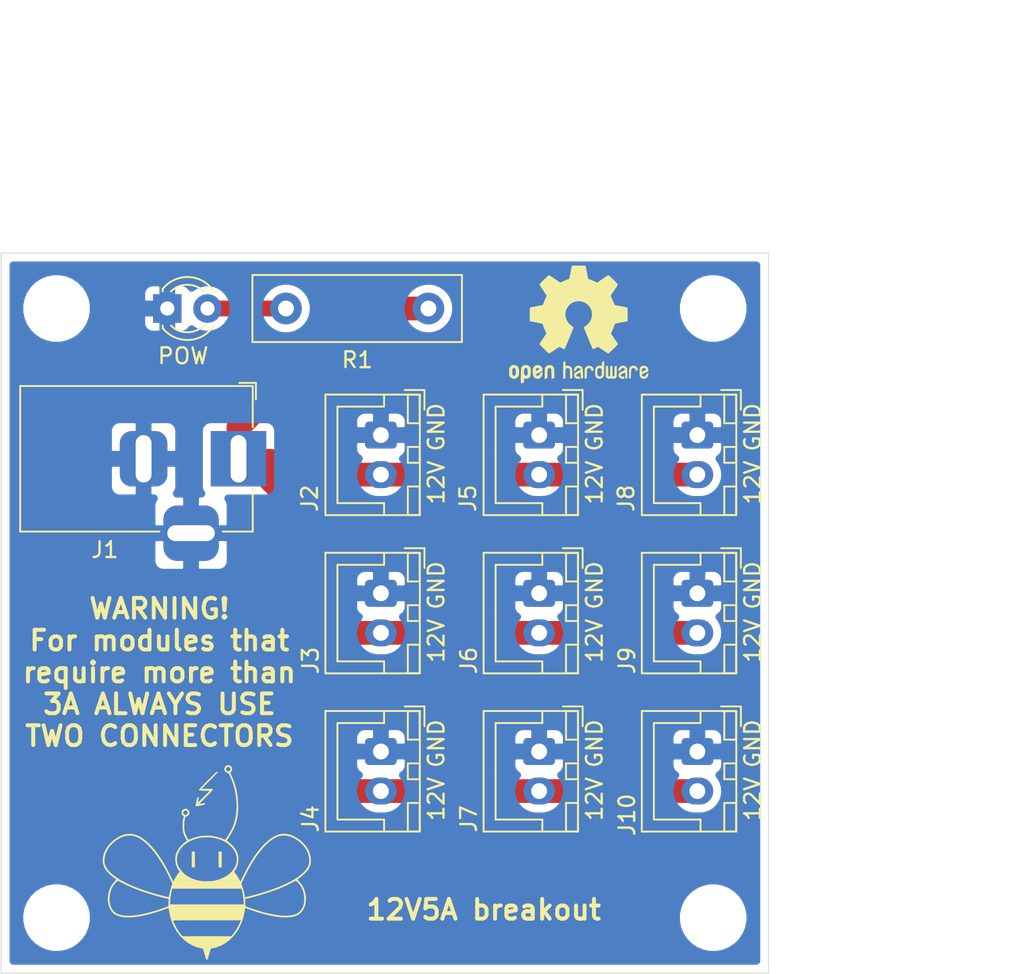
<source format=kicad_pcb>
(kicad_pcb (version 20171130) (host pcbnew "(5.1.4)-1")

  (general
    (thickness 1.6)
    (drawings 28)
    (tracks 23)
    (zones 0)
    (modules 18)
    (nets 4)
  )

  (page A4)
  (layers
    (0 F.Cu signal)
    (31 B.Cu signal)
    (32 B.Adhes user)
    (33 F.Adhes user)
    (34 B.Paste user)
    (35 F.Paste user)
    (36 B.SilkS user)
    (37 F.SilkS user)
    (38 B.Mask user)
    (39 F.Mask user)
    (40 Dwgs.User user)
    (41 Cmts.User user)
    (42 Eco1.User user)
    (43 Eco2.User user)
    (44 Edge.Cuts user)
    (45 Margin user)
    (46 B.CrtYd user)
    (47 F.CrtYd user)
    (48 B.Fab user)
    (49 F.Fab user hide)
  )

  (setup
    (last_trace_width 0.25)
    (trace_clearance 0.2)
    (zone_clearance 0.5)
    (zone_45_only no)
    (trace_min 0.2)
    (via_size 0.8)
    (via_drill 0.4)
    (via_min_size 0.4)
    (via_min_drill 0.3)
    (uvia_size 0.3)
    (uvia_drill 0.1)
    (uvias_allowed no)
    (uvia_min_size 0.2)
    (uvia_min_drill 0.1)
    (edge_width 0.05)
    (segment_width 0.2)
    (pcb_text_width 0.3)
    (pcb_text_size 1.5 1.5)
    (mod_edge_width 0.12)
    (mod_text_size 1 1)
    (mod_text_width 0.15)
    (pad_size 1.524 1.524)
    (pad_drill 0.762)
    (pad_to_mask_clearance 0.051)
    (solder_mask_min_width 0.25)
    (aux_axis_origin 0 0)
    (visible_elements 7FFFFFFF)
    (pcbplotparams
      (layerselection 0x3ffff_ffffffff)
      (usegerberextensions false)
      (usegerberattributes false)
      (usegerberadvancedattributes false)
      (creategerberjobfile false)
      (excludeedgelayer true)
      (linewidth 0.100000)
      (plotframeref false)
      (viasonmask false)
      (mode 1)
      (useauxorigin false)
      (hpglpennumber 1)
      (hpglpenspeed 20)
      (hpglpendiameter 15.000000)
      (psnegative false)
      (psa4output false)
      (plotreference true)
      (plotvalue true)
      (plotinvisibletext false)
      (padsonsilk false)
      (subtractmaskfromsilk false)
      (outputformat 1)
      (mirror false)
      (drillshape 0)
      (scaleselection 1)
      (outputdirectory "gerber/"))
  )

  (net 0 "")
  (net 1 GND)
  (net 2 +12V)
  (net 3 "Net-(D1-Pad2)")

  (net_class Default "This is the default net class."
    (clearance 0.2)
    (trace_width 0.25)
    (via_dia 0.8)
    (via_drill 0.4)
    (uvia_dia 0.3)
    (uvia_drill 0.1)
    (add_net +12V)
    (add_net GND)
    (add_net "Net-(D1-Pad2)")
  )

  (module Connector_JST:JST_XH_B2B-XH-A_1x02_P2.50mm_Vertical (layer F.Cu) (tedit 5C28146C) (tstamp 5F8819F2)
    (at 109 51 270)
    (descr "JST XH series connector, B2B-XH-A (http://www.jst-mfg.com/product/pdf/eng/eXH.pdf), generated with kicad-footprint-generator")
    (tags "connector JST XH vertical")
    (path /5F883C40)
    (fp_text reference J5 (at 4 4.5 270) (layer F.SilkS)
      (effects (font (size 1 1) (thickness 0.15)))
    )
    (fp_text value Conn_01x02 (at 1.25 4.6 90) (layer F.Fab)
      (effects (font (size 1 1) (thickness 0.15)))
    )
    (fp_text user %R (at 1.25 2.7 90) (layer F.Fab)
      (effects (font (size 1 1) (thickness 0.15)))
    )
    (fp_line (start -2.85 -2.75) (end -2.85 -1.5) (layer F.SilkS) (width 0.12))
    (fp_line (start -1.6 -2.75) (end -2.85 -2.75) (layer F.SilkS) (width 0.12))
    (fp_line (start 4.3 2.75) (end 1.25 2.75) (layer F.SilkS) (width 0.12))
    (fp_line (start 4.3 -0.2) (end 4.3 2.75) (layer F.SilkS) (width 0.12))
    (fp_line (start 5.05 -0.2) (end 4.3 -0.2) (layer F.SilkS) (width 0.12))
    (fp_line (start -1.8 2.75) (end 1.25 2.75) (layer F.SilkS) (width 0.12))
    (fp_line (start -1.8 -0.2) (end -1.8 2.75) (layer F.SilkS) (width 0.12))
    (fp_line (start -2.55 -0.2) (end -1.8 -0.2) (layer F.SilkS) (width 0.12))
    (fp_line (start 5.05 -2.45) (end 3.25 -2.45) (layer F.SilkS) (width 0.12))
    (fp_line (start 5.05 -1.7) (end 5.05 -2.45) (layer F.SilkS) (width 0.12))
    (fp_line (start 3.25 -1.7) (end 5.05 -1.7) (layer F.SilkS) (width 0.12))
    (fp_line (start 3.25 -2.45) (end 3.25 -1.7) (layer F.SilkS) (width 0.12))
    (fp_line (start -0.75 -2.45) (end -2.55 -2.45) (layer F.SilkS) (width 0.12))
    (fp_line (start -0.75 -1.7) (end -0.75 -2.45) (layer F.SilkS) (width 0.12))
    (fp_line (start -2.55 -1.7) (end -0.75 -1.7) (layer F.SilkS) (width 0.12))
    (fp_line (start -2.55 -2.45) (end -2.55 -1.7) (layer F.SilkS) (width 0.12))
    (fp_line (start 1.75 -2.45) (end 0.75 -2.45) (layer F.SilkS) (width 0.12))
    (fp_line (start 1.75 -1.7) (end 1.75 -2.45) (layer F.SilkS) (width 0.12))
    (fp_line (start 0.75 -1.7) (end 1.75 -1.7) (layer F.SilkS) (width 0.12))
    (fp_line (start 0.75 -2.45) (end 0.75 -1.7) (layer F.SilkS) (width 0.12))
    (fp_line (start 0 -1.35) (end 0.625 -2.35) (layer F.Fab) (width 0.1))
    (fp_line (start -0.625 -2.35) (end 0 -1.35) (layer F.Fab) (width 0.1))
    (fp_line (start 5.45 -2.85) (end -2.95 -2.85) (layer F.CrtYd) (width 0.05))
    (fp_line (start 5.45 3.9) (end 5.45 -2.85) (layer F.CrtYd) (width 0.05))
    (fp_line (start -2.95 3.9) (end 5.45 3.9) (layer F.CrtYd) (width 0.05))
    (fp_line (start -2.95 -2.85) (end -2.95 3.9) (layer F.CrtYd) (width 0.05))
    (fp_line (start 5.06 -2.46) (end -2.56 -2.46) (layer F.SilkS) (width 0.12))
    (fp_line (start 5.06 3.51) (end 5.06 -2.46) (layer F.SilkS) (width 0.12))
    (fp_line (start -2.56 3.51) (end 5.06 3.51) (layer F.SilkS) (width 0.12))
    (fp_line (start -2.56 -2.46) (end -2.56 3.51) (layer F.SilkS) (width 0.12))
    (fp_line (start 4.95 -2.35) (end -2.45 -2.35) (layer F.Fab) (width 0.1))
    (fp_line (start 4.95 3.4) (end 4.95 -2.35) (layer F.Fab) (width 0.1))
    (fp_line (start -2.45 3.4) (end 4.95 3.4) (layer F.Fab) (width 0.1))
    (fp_line (start -2.45 -2.35) (end -2.45 3.4) (layer F.Fab) (width 0.1))
    (pad 2 thru_hole oval (at 2.5 0 270) (size 1.7 2) (drill 1) (layers *.Cu *.Mask)
      (net 2 +12V))
    (pad 1 thru_hole roundrect (at 0 0 270) (size 1.7 2) (drill 1) (layers *.Cu *.Mask) (roundrect_rratio 0.147059)
      (net 1 GND))
    (model ${KISYS3DMOD}/Connector_JST.3dshapes/JST_XH_B2B-XH-A_1x02_P2.50mm_Vertical.wrl
      (at (xyz 0 0 0))
      (scale (xyz 1 1 1))
      (rotate (xyz 0 0 0))
    )
  )

  (module Symbol:OSHW-Logo2_9.8x8mm_SilkScreen (layer F.Cu) (tedit 0) (tstamp 5F887A3A)
    (at 111.5 44)
    (descr "Open Source Hardware Symbol")
    (tags "Logo Symbol OSHW")
    (attr virtual)
    (fp_text reference REF** (at 0 0) (layer F.SilkS) hide
      (effects (font (size 1 1) (thickness 0.15)))
    )
    (fp_text value OSHW-Logo2_9.8x8mm_SilkScreen (at 0.75 0) (layer F.Fab) hide
      (effects (font (size 1 1) (thickness 0.15)))
    )
    (fp_poly (pts (xy 0.139878 -3.712224) (xy 0.245612 -3.711645) (xy 0.322132 -3.710078) (xy 0.374372 -3.707028)
      (xy 0.407263 -3.702004) (xy 0.425737 -3.694511) (xy 0.434727 -3.684056) (xy 0.439163 -3.670147)
      (xy 0.439594 -3.668346) (xy 0.446333 -3.635855) (xy 0.458808 -3.571748) (xy 0.475719 -3.482849)
      (xy 0.495771 -3.375981) (xy 0.517664 -3.257967) (xy 0.518429 -3.253822) (xy 0.540359 -3.138169)
      (xy 0.560877 -3.035986) (xy 0.578659 -2.953402) (xy 0.592381 -2.896544) (xy 0.600718 -2.871542)
      (xy 0.601116 -2.871099) (xy 0.625677 -2.85889) (xy 0.676315 -2.838544) (xy 0.742095 -2.814455)
      (xy 0.742461 -2.814326) (xy 0.825317 -2.783182) (xy 0.923 -2.743509) (xy 1.015077 -2.703619)
      (xy 1.019434 -2.701647) (xy 1.169407 -2.63358) (xy 1.501498 -2.860361) (xy 1.603374 -2.929496)
      (xy 1.695657 -2.991303) (xy 1.773003 -3.042267) (xy 1.830064 -3.078873) (xy 1.861495 -3.097606)
      (xy 1.864479 -3.098996) (xy 1.887321 -3.09281) (xy 1.929982 -3.062965) (xy 1.994128 -3.008053)
      (xy 2.081421 -2.926666) (xy 2.170535 -2.840078) (xy 2.256441 -2.754753) (xy 2.333327 -2.676892)
      (xy 2.396564 -2.611303) (xy 2.441523 -2.562795) (xy 2.463576 -2.536175) (xy 2.464396 -2.534805)
      (xy 2.466834 -2.516537) (xy 2.45765 -2.486705) (xy 2.434574 -2.441279) (xy 2.395337 -2.37623)
      (xy 2.33767 -2.28753) (xy 2.260795 -2.173343) (xy 2.19257 -2.072838) (xy 2.131582 -1.982697)
      (xy 2.081356 -1.908151) (xy 2.045416 -1.854435) (xy 2.027287 -1.826782) (xy 2.026146 -1.824905)
      (xy 2.028359 -1.79841) (xy 2.045138 -1.746914) (xy 2.073142 -1.680149) (xy 2.083122 -1.658828)
      (xy 2.126672 -1.563841) (xy 2.173134 -1.456063) (xy 2.210877 -1.362808) (xy 2.238073 -1.293594)
      (xy 2.259675 -1.240994) (xy 2.272158 -1.213503) (xy 2.273709 -1.211384) (xy 2.296668 -1.207876)
      (xy 2.350786 -1.198262) (xy 2.428868 -1.183911) (xy 2.523719 -1.166193) (xy 2.628143 -1.146475)
      (xy 2.734944 -1.126126) (xy 2.836926 -1.106514) (xy 2.926894 -1.089009) (xy 2.997653 -1.074978)
      (xy 3.042006 -1.065791) (xy 3.052885 -1.063193) (xy 3.064122 -1.056782) (xy 3.072605 -1.042303)
      (xy 3.078714 -1.014867) (xy 3.082832 -0.969589) (xy 3.085341 -0.90158) (xy 3.086621 -0.805953)
      (xy 3.087054 -0.67782) (xy 3.087077 -0.625299) (xy 3.087077 -0.198155) (xy 2.9845 -0.177909)
      (xy 2.927431 -0.16693) (xy 2.842269 -0.150905) (xy 2.739372 -0.131767) (xy 2.629096 -0.111449)
      (xy 2.598615 -0.105868) (xy 2.496855 -0.086083) (xy 2.408205 -0.066627) (xy 2.340108 -0.049303)
      (xy 2.300004 -0.035912) (xy 2.293323 -0.031921) (xy 2.276919 -0.003658) (xy 2.253399 0.051109)
      (xy 2.227316 0.121588) (xy 2.222142 0.136769) (xy 2.187956 0.230896) (xy 2.145523 0.337101)
      (xy 2.103997 0.432473) (xy 2.103792 0.432916) (xy 2.03464 0.582525) (xy 2.489512 1.251617)
      (xy 2.1975 1.544116) (xy 2.10918 1.63117) (xy 2.028625 1.707909) (xy 1.96036 1.770237)
      (xy 1.908908 1.814056) (xy 1.878794 1.83527) (xy 1.874474 1.836616) (xy 1.849111 1.826016)
      (xy 1.797358 1.796547) (xy 1.724868 1.751705) (xy 1.637294 1.694984) (xy 1.542612 1.631462)
      (xy 1.446516 1.566668) (xy 1.360837 1.510287) (xy 1.291016 1.465788) (xy 1.242494 1.436639)
      (xy 1.220782 1.426308) (xy 1.194293 1.43505) (xy 1.144062 1.458087) (xy 1.080451 1.490631)
      (xy 1.073708 1.494249) (xy 0.988046 1.53721) (xy 0.929306 1.558279) (xy 0.892772 1.558503)
      (xy 0.873731 1.538928) (xy 0.87362 1.538654) (xy 0.864102 1.515472) (xy 0.841403 1.460441)
      (xy 0.807282 1.377822) (xy 0.7635 1.271872) (xy 0.711816 1.146852) (xy 0.653992 1.00702)
      (xy 0.597991 0.871637) (xy 0.536447 0.722234) (xy 0.479939 0.583832) (xy 0.430161 0.460673)
      (xy 0.388806 0.357002) (xy 0.357568 0.277059) (xy 0.338141 0.225088) (xy 0.332154 0.205692)
      (xy 0.347168 0.183443) (xy 0.386439 0.147982) (xy 0.438807 0.108887) (xy 0.587941 -0.014755)
      (xy 0.704511 -0.156478) (xy 0.787118 -0.313296) (xy 0.834366 -0.482225) (xy 0.844857 -0.660278)
      (xy 0.837231 -0.742461) (xy 0.795682 -0.912969) (xy 0.724123 -1.063541) (xy 0.626995 -1.192691)
      (xy 0.508734 -1.298936) (xy 0.37378 -1.38079) (xy 0.226571 -1.436768) (xy 0.071544 -1.465385)
      (xy -0.086861 -1.465156) (xy -0.244206 -1.434595) (xy -0.396054 -1.372218) (xy -0.537965 -1.27654)
      (xy -0.597197 -1.222428) (xy -0.710797 -1.08348) (xy -0.789894 -0.931639) (xy -0.835014 -0.771333)
      (xy -0.846684 -0.606988) (xy -0.825431 -0.443029) (xy -0.77178 -0.283882) (xy -0.68626 -0.133975)
      (xy -0.569395 0.002267) (xy -0.438807 0.108887) (xy -0.384412 0.149642) (xy -0.345986 0.184718)
      (xy -0.332154 0.205726) (xy -0.339397 0.228635) (xy -0.359995 0.283365) (xy -0.392254 0.365672)
      (xy -0.434479 0.471315) (xy -0.484977 0.59605) (xy -0.542052 0.735636) (xy -0.598146 0.87167)
      (xy -0.660033 1.021201) (xy -0.717356 1.159767) (xy -0.768356 1.283107) (xy -0.811273 1.386964)
      (xy -0.844347 1.46708) (xy -0.865819 1.519195) (xy -0.873775 1.538654) (xy -0.892571 1.558423)
      (xy -0.928926 1.558365) (xy -0.987521 1.537441) (xy -1.073032 1.494613) (xy -1.073708 1.494249)
      (xy -1.138093 1.461012) (xy -1.190139 1.436802) (xy -1.219488 1.426404) (xy -1.220783 1.426308)
      (xy -1.242876 1.436855) (xy -1.291652 1.466184) (xy -1.361669 1.510827) (xy -1.447486 1.567314)
      (xy -1.542612 1.631462) (xy -1.63946 1.696411) (xy -1.726747 1.752896) (xy -1.798819 1.797421)
      (xy -1.850023 1.82649) (xy -1.874474 1.836616) (xy -1.89699 1.823307) (xy -1.942258 1.786112)
      (xy -2.005756 1.729128) (xy -2.082961 1.656449) (xy -2.169349 1.572171) (xy -2.197601 1.544016)
      (xy -2.489713 1.251416) (xy -2.267369 0.925104) (xy -2.199798 0.824897) (xy -2.140493 0.734963)
      (xy -2.092783 0.66051) (xy -2.059993 0.606751) (xy -2.045452 0.578894) (xy -2.045026 0.576912)
      (xy -2.052692 0.550655) (xy -2.073311 0.497837) (xy -2.103315 0.42731) (xy -2.124375 0.380093)
      (xy -2.163752 0.289694) (xy -2.200835 0.198366) (xy -2.229585 0.1212) (xy -2.237395 0.097692)
      (xy -2.259583 0.034916) (xy -2.281273 -0.013589) (xy -2.293187 -0.031921) (xy -2.319477 -0.043141)
      (xy -2.376858 -0.059046) (xy -2.457882 -0.077833) (xy -2.555105 -0.097701) (xy -2.598615 -0.105868)
      (xy -2.709104 -0.126171) (xy -2.815084 -0.14583) (xy -2.906199 -0.162912) (xy -2.972092 -0.175482)
      (xy -2.9845 -0.177909) (xy -3.087077 -0.198155) (xy -3.087077 -0.625299) (xy -3.086847 -0.765754)
      (xy -3.085901 -0.872021) (xy -3.083859 -0.948987) (xy -3.080338 -1.00154) (xy -3.074957 -1.034567)
      (xy -3.067334 -1.052955) (xy -3.057088 -1.061592) (xy -3.052885 -1.063193) (xy -3.02753 -1.068873)
      (xy -2.971516 -1.080205) (xy -2.892036 -1.095821) (xy -2.796288 -1.114353) (xy -2.691467 -1.134431)
      (xy -2.584768 -1.154688) (xy -2.483387 -1.173754) (xy -2.394521 -1.190261) (xy -2.325363 -1.202841)
      (xy -2.283111 -1.210125) (xy -2.27371 -1.211384) (xy -2.265193 -1.228237) (xy -2.24634 -1.27313)
      (xy -2.220676 -1.33757) (xy -2.210877 -1.362808) (xy -2.171352 -1.460314) (xy -2.124808 -1.568041)
      (xy -2.083123 -1.658828) (xy -2.05245 -1.728247) (xy -2.032044 -1.78529) (xy -2.025232 -1.820223)
      (xy -2.026318 -1.824905) (xy -2.040715 -1.847009) (xy -2.073588 -1.896169) (xy -2.12141 -1.967152)
      (xy -2.180652 -2.054722) (xy -2.247785 -2.153643) (xy -2.261059 -2.17317) (xy -2.338954 -2.28886)
      (xy -2.396213 -2.376956) (xy -2.435119 -2.441514) (xy -2.457956 -2.486589) (xy -2.467006 -2.516237)
      (xy -2.464552 -2.534515) (xy -2.464489 -2.534631) (xy -2.445173 -2.558639) (xy -2.402449 -2.605053)
      (xy -2.340949 -2.669063) (xy -2.265302 -2.745855) (xy -2.180139 -2.830618) (xy -2.170535 -2.840078)
      (xy -2.06321 -2.944011) (xy -1.980385 -3.020325) (xy -1.920395 -3.070429) (xy -1.881577 -3.09573)
      (xy -1.86448 -3.098996) (xy -1.839527 -3.08475) (xy -1.787745 -3.051844) (xy -1.71448 -3.003792)
      (xy -1.62508 -2.94411) (xy -1.524889 -2.876312) (xy -1.501499 -2.860361) (xy -1.169407 -2.63358)
      (xy -1.019435 -2.701647) (xy -0.92823 -2.741315) (xy -0.830331 -2.781209) (xy -0.746169 -2.813017)
      (xy -0.742462 -2.814326) (xy -0.676631 -2.838424) (xy -0.625884 -2.8588) (xy -0.601158 -2.871064)
      (xy -0.601116 -2.871099) (xy -0.593271 -2.893266) (xy -0.579934 -2.947783) (xy -0.56243 -3.02852)
      (xy -0.542083 -3.12935) (xy -0.520218 -3.244144) (xy -0.518429 -3.253822) (xy -0.496496 -3.372096)
      (xy -0.47636 -3.479458) (xy -0.45932 -3.569083) (xy -0.446672 -3.634149) (xy -0.439716 -3.667832)
      (xy -0.439594 -3.668346) (xy -0.435361 -3.682675) (xy -0.427129 -3.693493) (xy -0.409967 -3.701294)
      (xy -0.378942 -3.706571) (xy -0.329122 -3.709818) (xy -0.255576 -3.711528) (xy -0.153371 -3.712193)
      (xy -0.017575 -3.712307) (xy 0 -3.712308) (xy 0.139878 -3.712224)) (layer F.SilkS) (width 0.01))
    (fp_poly (pts (xy 4.245224 2.647838) (xy 4.322528 2.698361) (xy 4.359814 2.74359) (xy 4.389353 2.825663)
      (xy 4.391699 2.890607) (xy 4.386385 2.977445) (xy 4.186115 3.065103) (xy 4.088739 3.109887)
      (xy 4.025113 3.145913) (xy 3.992029 3.177117) (xy 3.98628 3.207436) (xy 4.004658 3.240805)
      (xy 4.024923 3.262923) (xy 4.083889 3.298393) (xy 4.148024 3.300879) (xy 4.206926 3.273235)
      (xy 4.250197 3.21832) (xy 4.257936 3.198928) (xy 4.295006 3.138364) (xy 4.337654 3.112552)
      (xy 4.396154 3.090471) (xy 4.396154 3.174184) (xy 4.390982 3.23115) (xy 4.370723 3.279189)
      (xy 4.328262 3.334346) (xy 4.321951 3.341514) (xy 4.27472 3.390585) (xy 4.234121 3.41692)
      (xy 4.183328 3.429035) (xy 4.14122 3.433003) (xy 4.065902 3.433991) (xy 4.012286 3.421466)
      (xy 3.978838 3.402869) (xy 3.926268 3.361975) (xy 3.889879 3.317748) (xy 3.86685 3.262126)
      (xy 3.854359 3.187047) (xy 3.849587 3.084449) (xy 3.849206 3.032376) (xy 3.850501 2.969948)
      (xy 3.968471 2.969948) (xy 3.969839 3.003438) (xy 3.973249 3.008923) (xy 3.995753 3.001472)
      (xy 4.044182 2.981753) (xy 4.108908 2.953718) (xy 4.122443 2.947692) (xy 4.204244 2.906096)
      (xy 4.249312 2.869538) (xy 4.259217 2.835296) (xy 4.235526 2.800648) (xy 4.21596 2.785339)
      (xy 4.14536 2.754721) (xy 4.07928 2.75978) (xy 4.023959 2.797151) (xy 3.985636 2.863473)
      (xy 3.973349 2.916116) (xy 3.968471 2.969948) (xy 3.850501 2.969948) (xy 3.85173 2.91072)
      (xy 3.861032 2.82071) (xy 3.87946 2.755167) (xy 3.90936 2.706912) (xy 3.95308 2.668767)
      (xy 3.972141 2.65644) (xy 4.058726 2.624336) (xy 4.153522 2.622316) (xy 4.245224 2.647838)) (layer F.SilkS) (width 0.01))
    (fp_poly (pts (xy 3.570807 2.636782) (xy 3.594161 2.646988) (xy 3.649902 2.691134) (xy 3.697569 2.754967)
      (xy 3.727048 2.823087) (xy 3.731846 2.85667) (xy 3.71576 2.903556) (xy 3.680475 2.928365)
      (xy 3.642644 2.943387) (xy 3.625321 2.946155) (xy 3.616886 2.926066) (xy 3.60023 2.882351)
      (xy 3.592923 2.862598) (xy 3.551948 2.794271) (xy 3.492622 2.760191) (xy 3.416552 2.761239)
      (xy 3.410918 2.762581) (xy 3.370305 2.781836) (xy 3.340448 2.819375) (xy 3.320055 2.879809)
      (xy 3.307836 2.967751) (xy 3.3025 3.087813) (xy 3.302 3.151698) (xy 3.301752 3.252403)
      (xy 3.300126 3.321054) (xy 3.295801 3.364673) (xy 3.287454 3.390282) (xy 3.273765 3.404903)
      (xy 3.253411 3.415558) (xy 3.252234 3.416095) (xy 3.213038 3.432667) (xy 3.193619 3.438769)
      (xy 3.190635 3.420319) (xy 3.188081 3.369323) (xy 3.18614 3.292308) (xy 3.184997 3.195805)
      (xy 3.184769 3.125184) (xy 3.185932 2.988525) (xy 3.190479 2.884851) (xy 3.199999 2.808108)
      (xy 3.216081 2.752246) (xy 3.240313 2.711212) (xy 3.274286 2.678954) (xy 3.307833 2.65644)
      (xy 3.388499 2.626476) (xy 3.482381 2.619718) (xy 3.570807 2.636782)) (layer F.SilkS) (width 0.01))
    (fp_poly (pts (xy 2.887333 2.633528) (xy 2.94359 2.659117) (xy 2.987747 2.690124) (xy 3.020101 2.724795)
      (xy 3.042438 2.76952) (xy 3.056546 2.830692) (xy 3.064211 2.914701) (xy 3.06722 3.02794)
      (xy 3.067538 3.102509) (xy 3.067538 3.39342) (xy 3.017773 3.416095) (xy 2.978576 3.432667)
      (xy 2.959157 3.438769) (xy 2.955442 3.42061) (xy 2.952495 3.371648) (xy 2.950691 3.300153)
      (xy 2.950308 3.243385) (xy 2.948661 3.161371) (xy 2.944222 3.096309) (xy 2.93774 3.056467)
      (xy 2.93259 3.048) (xy 2.897977 3.056646) (xy 2.84364 3.078823) (xy 2.780722 3.108886)
      (xy 2.720368 3.141192) (xy 2.673721 3.170098) (xy 2.651926 3.189961) (xy 2.651839 3.190175)
      (xy 2.653714 3.226935) (xy 2.670525 3.262026) (xy 2.700039 3.290528) (xy 2.743116 3.300061)
      (xy 2.779932 3.29895) (xy 2.832074 3.298133) (xy 2.859444 3.310349) (xy 2.875882 3.342624)
      (xy 2.877955 3.34871) (xy 2.885081 3.394739) (xy 2.866024 3.422687) (xy 2.816353 3.436007)
      (xy 2.762697 3.43847) (xy 2.666142 3.42021) (xy 2.616159 3.394131) (xy 2.554429 3.332868)
      (xy 2.52169 3.25767) (xy 2.518753 3.178211) (xy 2.546424 3.104167) (xy 2.588047 3.057769)
      (xy 2.629604 3.031793) (xy 2.694922 2.998907) (xy 2.771038 2.965557) (xy 2.783726 2.960461)
      (xy 2.867333 2.923565) (xy 2.91553 2.891046) (xy 2.93103 2.858718) (xy 2.91655 2.822394)
      (xy 2.891692 2.794) (xy 2.832939 2.759039) (xy 2.768293 2.756417) (xy 2.709008 2.783358)
      (xy 2.666339 2.837088) (xy 2.660739 2.85095) (xy 2.628133 2.901936) (xy 2.58053 2.939787)
      (xy 2.520461 2.97085) (xy 2.520461 2.882768) (xy 2.523997 2.828951) (xy 2.539156 2.786534)
      (xy 2.572768 2.741279) (xy 2.605035 2.70642) (xy 2.655209 2.657062) (xy 2.694193 2.630547)
      (xy 2.736064 2.619911) (xy 2.78346 2.618154) (xy 2.887333 2.633528)) (layer F.SilkS) (width 0.01))
    (fp_poly (pts (xy 2.395929 2.636662) (xy 2.398911 2.688068) (xy 2.401247 2.766192) (xy 2.402749 2.864857)
      (xy 2.403231 2.968343) (xy 2.403231 3.318533) (xy 2.341401 3.380363) (xy 2.298793 3.418462)
      (xy 2.26139 3.433895) (xy 2.21027 3.432918) (xy 2.189978 3.430433) (xy 2.126554 3.4232)
      (xy 2.074095 3.419055) (xy 2.061308 3.418672) (xy 2.018199 3.421176) (xy 1.956544 3.427462)
      (xy 1.932638 3.430433) (xy 1.873922 3.435028) (xy 1.834464 3.425046) (xy 1.795338 3.394228)
      (xy 1.781215 3.380363) (xy 1.719385 3.318533) (xy 1.719385 2.663503) (xy 1.76915 2.640829)
      (xy 1.812002 2.624034) (xy 1.837073 2.618154) (xy 1.843501 2.636736) (xy 1.849509 2.688655)
      (xy 1.854697 2.768172) (xy 1.858664 2.869546) (xy 1.860577 2.955192) (xy 1.865923 3.292231)
      (xy 1.91256 3.298825) (xy 1.954976 3.294214) (xy 1.97576 3.279287) (xy 1.98157 3.251377)
      (xy 1.98653 3.191925) (xy 1.990246 3.108466) (xy 1.992324 3.008532) (xy 1.992624 2.957104)
      (xy 1.992923 2.661054) (xy 2.054454 2.639604) (xy 2.098004 2.62502) (xy 2.121694 2.618219)
      (xy 2.122377 2.618154) (xy 2.124754 2.636642) (xy 2.127366 2.687906) (xy 2.129995 2.765649)
      (xy 2.132421 2.863574) (xy 2.134115 2.955192) (xy 2.139461 3.292231) (xy 2.256692 3.292231)
      (xy 2.262072 2.984746) (xy 2.267451 2.677261) (xy 2.324601 2.647707) (xy 2.366797 2.627413)
      (xy 2.39177 2.618204) (xy 2.392491 2.618154) (xy 2.395929 2.636662)) (layer F.SilkS) (width 0.01))
    (fp_poly (pts (xy 1.602081 2.780289) (xy 1.601833 2.92632) (xy 1.600872 3.038655) (xy 1.598794 3.122678)
      (xy 1.595193 3.183769) (xy 1.589665 3.227309) (xy 1.581804 3.258679) (xy 1.571207 3.283262)
      (xy 1.563182 3.297294) (xy 1.496728 3.373388) (xy 1.41247 3.421084) (xy 1.319249 3.438199)
      (xy 1.2259 3.422546) (xy 1.170312 3.394418) (xy 1.111957 3.34576) (xy 1.072186 3.286333)
      (xy 1.04819 3.208507) (xy 1.037161 3.104652) (xy 1.035599 3.028462) (xy 1.035809 3.022986)
      (xy 1.172308 3.022986) (xy 1.173141 3.110355) (xy 1.176961 3.168192) (xy 1.185746 3.206029)
      (xy 1.201474 3.233398) (xy 1.220266 3.254042) (xy 1.283375 3.29389) (xy 1.351137 3.297295)
      (xy 1.415179 3.264025) (xy 1.420164 3.259517) (xy 1.441439 3.236067) (xy 1.454779 3.208166)
      (xy 1.462001 3.166641) (xy 1.464923 3.102316) (xy 1.465385 3.0312) (xy 1.464383 2.941858)
      (xy 1.460238 2.882258) (xy 1.451236 2.843089) (xy 1.435667 2.81504) (xy 1.422902 2.800144)
      (xy 1.3636 2.762575) (xy 1.295301 2.758057) (xy 1.23011 2.786753) (xy 1.217528 2.797406)
      (xy 1.196111 2.821063) (xy 1.182744 2.849251) (xy 1.175566 2.891245) (xy 1.172719 2.956319)
      (xy 1.172308 3.022986) (xy 1.035809 3.022986) (xy 1.040322 2.905765) (xy 1.056362 2.813577)
      (xy 1.086528 2.744269) (xy 1.133629 2.690211) (xy 1.170312 2.662505) (xy 1.23699 2.632572)
      (xy 1.314272 2.618678) (xy 1.38611 2.622397) (xy 1.426308 2.6374) (xy 1.442082 2.64167)
      (xy 1.45255 2.62575) (xy 1.459856 2.583089) (xy 1.465385 2.518106) (xy 1.471437 2.445732)
      (xy 1.479844 2.402187) (xy 1.495141 2.377287) (xy 1.521864 2.360845) (xy 1.538654 2.353564)
      (xy 1.602154 2.326963) (xy 1.602081 2.780289)) (layer F.SilkS) (width 0.01))
    (fp_poly (pts (xy 0.713362 2.62467) (xy 0.802117 2.657421) (xy 0.874022 2.71535) (xy 0.902144 2.756128)
      (xy 0.932802 2.830954) (xy 0.932165 2.885058) (xy 0.899987 2.921446) (xy 0.888081 2.927633)
      (xy 0.836675 2.946925) (xy 0.810422 2.941982) (xy 0.80153 2.909587) (xy 0.801077 2.891692)
      (xy 0.784797 2.825859) (xy 0.742365 2.779807) (xy 0.683388 2.757564) (xy 0.617475 2.763161)
      (xy 0.563895 2.792229) (xy 0.545798 2.80881) (xy 0.532971 2.828925) (xy 0.524306 2.859332)
      (xy 0.518696 2.906788) (xy 0.515035 2.97805) (xy 0.512215 3.079875) (xy 0.511484 3.112115)
      (xy 0.50882 3.22241) (xy 0.505792 3.300036) (xy 0.50125 3.351396) (xy 0.494046 3.38289)
      (xy 0.483033 3.40092) (xy 0.46706 3.411888) (xy 0.456834 3.416733) (xy 0.413406 3.433301)
      (xy 0.387842 3.438769) (xy 0.379395 3.420507) (xy 0.374239 3.365296) (xy 0.372346 3.272499)
      (xy 0.373689 3.141478) (xy 0.374107 3.121269) (xy 0.377058 3.001733) (xy 0.380548 2.914449)
      (xy 0.385514 2.852591) (xy 0.392893 2.809336) (xy 0.403624 2.77786) (xy 0.418645 2.751339)
      (xy 0.426502 2.739975) (xy 0.471553 2.689692) (xy 0.52194 2.650581) (xy 0.528108 2.647167)
      (xy 0.618458 2.620212) (xy 0.713362 2.62467)) (layer F.SilkS) (width 0.01))
    (fp_poly (pts (xy 0.053501 2.626303) (xy 0.13006 2.654733) (xy 0.130936 2.655279) (xy 0.178285 2.690127)
      (xy 0.213241 2.730852) (xy 0.237825 2.783925) (xy 0.254062 2.855814) (xy 0.263975 2.952992)
      (xy 0.269586 3.081928) (xy 0.270077 3.100298) (xy 0.277141 3.377287) (xy 0.217695 3.408028)
      (xy 0.174681 3.428802) (xy 0.14871 3.438646) (xy 0.147509 3.438769) (xy 0.143014 3.420606)
      (xy 0.139444 3.371612) (xy 0.137248 3.300031) (xy 0.136769 3.242068) (xy 0.136758 3.14817)
      (xy 0.132466 3.089203) (xy 0.117503 3.061079) (xy 0.085482 3.059706) (xy 0.030014 3.080998)
      (xy -0.053731 3.120136) (xy -0.115311 3.152643) (xy -0.146983 3.180845) (xy -0.156294 3.211582)
      (xy -0.156308 3.213104) (xy -0.140943 3.266054) (xy -0.095453 3.29466) (xy -0.025834 3.298803)
      (xy 0.024313 3.298084) (xy 0.050754 3.312527) (xy 0.067243 3.347218) (xy 0.076733 3.391416)
      (xy 0.063057 3.416493) (xy 0.057907 3.420082) (xy 0.009425 3.434496) (xy -0.058469 3.436537)
      (xy -0.128388 3.426983) (xy -0.177932 3.409522) (xy -0.24643 3.351364) (xy -0.285366 3.270408)
      (xy -0.293077 3.20716) (xy -0.287193 3.150111) (xy -0.265899 3.103542) (xy -0.223735 3.062181)
      (xy -0.155241 3.020755) (xy -0.054956 2.973993) (xy -0.048846 2.97135) (xy 0.04149 2.929617)
      (xy 0.097235 2.895391) (xy 0.121129 2.864635) (xy 0.115913 2.833311) (xy 0.084328 2.797383)
      (xy 0.074883 2.789116) (xy 0.011617 2.757058) (xy -0.053936 2.758407) (xy -0.111028 2.789838)
      (xy -0.148907 2.848024) (xy -0.152426 2.859446) (xy -0.1867 2.914837) (xy -0.230191 2.941518)
      (xy -0.293077 2.96796) (xy -0.293077 2.899548) (xy -0.273948 2.80011) (xy -0.217169 2.708902)
      (xy -0.187622 2.678389) (xy -0.120458 2.639228) (xy -0.035044 2.6215) (xy 0.053501 2.626303)) (layer F.SilkS) (width 0.01))
    (fp_poly (pts (xy -0.840154 2.49212) (xy -0.834428 2.57198) (xy -0.827851 2.619039) (xy -0.818738 2.639566)
      (xy -0.805402 2.639829) (xy -0.801077 2.637378) (xy -0.743556 2.619636) (xy -0.668732 2.620672)
      (xy -0.592661 2.63891) (xy -0.545082 2.662505) (xy -0.496298 2.700198) (xy -0.460636 2.742855)
      (xy -0.436155 2.797057) (xy -0.420913 2.869384) (xy -0.41297 2.966419) (xy -0.410384 3.094742)
      (xy -0.410338 3.119358) (xy -0.410308 3.39587) (xy -0.471839 3.41732) (xy -0.515541 3.431912)
      (xy -0.539518 3.438706) (xy -0.540223 3.438769) (xy -0.542585 3.420345) (xy -0.544594 3.369526)
      (xy -0.546099 3.292993) (xy -0.546947 3.19743) (xy -0.547077 3.139329) (xy -0.547349 3.024771)
      (xy -0.548748 2.942667) (xy -0.552151 2.886393) (xy -0.558433 2.849326) (xy -0.568471 2.824844)
      (xy -0.583139 2.806325) (xy -0.592298 2.797406) (xy -0.655211 2.761466) (xy -0.723864 2.758775)
      (xy -0.786152 2.78917) (xy -0.797671 2.800144) (xy -0.814567 2.820779) (xy -0.826286 2.845256)
      (xy -0.833767 2.880647) (xy -0.837946 2.934026) (xy -0.839763 3.012466) (xy -0.840154 3.120617)
      (xy -0.840154 3.39587) (xy -0.901685 3.41732) (xy -0.945387 3.431912) (xy -0.969364 3.438706)
      (xy -0.97007 3.438769) (xy -0.971874 3.420069) (xy -0.9735 3.367322) (xy -0.974883 3.285557)
      (xy -0.975958 3.179805) (xy -0.97666 3.055094) (xy -0.976923 2.916455) (xy -0.976923 2.381806)
      (xy -0.849923 2.328236) (xy -0.840154 2.49212)) (layer F.SilkS) (width 0.01))
    (fp_poly (pts (xy -2.465746 2.599745) (xy -2.388714 2.651567) (xy -2.329184 2.726412) (xy -2.293622 2.821654)
      (xy -2.286429 2.891756) (xy -2.287246 2.921009) (xy -2.294086 2.943407) (xy -2.312888 2.963474)
      (xy -2.349592 2.985733) (xy -2.410138 3.014709) (xy -2.500466 3.054927) (xy -2.500923 3.055129)
      (xy -2.584067 3.09321) (xy -2.652247 3.127025) (xy -2.698495 3.152933) (xy -2.715842 3.167295)
      (xy -2.715846 3.167411) (xy -2.700557 3.198685) (xy -2.664804 3.233157) (xy -2.623758 3.25799)
      (xy -2.602963 3.262923) (xy -2.54623 3.245862) (xy -2.497373 3.203133) (xy -2.473535 3.156155)
      (xy -2.450603 3.121522) (xy -2.405682 3.082081) (xy -2.352877 3.048009) (xy -2.30629 3.02948)
      (xy -2.296548 3.028462) (xy -2.285582 3.045215) (xy -2.284921 3.088039) (xy -2.29298 3.145781)
      (xy -2.308173 3.207289) (xy -2.328914 3.261409) (xy -2.329962 3.26351) (xy -2.392379 3.35066)
      (xy -2.473274 3.409939) (xy -2.565144 3.439034) (xy -2.660487 3.435634) (xy -2.751802 3.397428)
      (xy -2.755862 3.394741) (xy -2.827694 3.329642) (xy -2.874927 3.244705) (xy -2.901066 3.133021)
      (xy -2.904574 3.101643) (xy -2.910787 2.953536) (xy -2.903339 2.884468) (xy -2.715846 2.884468)
      (xy -2.71341 2.927552) (xy -2.700086 2.940126) (xy -2.666868 2.930719) (xy -2.614506 2.908483)
      (xy -2.555976 2.88061) (xy -2.554521 2.879872) (xy -2.504911 2.853777) (xy -2.485 2.836363)
      (xy -2.48991 2.818107) (xy -2.510584 2.79412) (xy -2.563181 2.759406) (xy -2.619823 2.756856)
      (xy -2.670631 2.782119) (xy -2.705724 2.830847) (xy -2.715846 2.884468) (xy -2.903339 2.884468)
      (xy -2.898008 2.835036) (xy -2.865222 2.741055) (xy -2.819579 2.675215) (xy -2.737198 2.608681)
      (xy -2.646454 2.575676) (xy -2.553815 2.573573) (xy -2.465746 2.599745)) (layer F.SilkS) (width 0.01))
    (fp_poly (pts (xy -3.983114 2.587256) (xy -3.891536 2.635409) (xy -3.823951 2.712905) (xy -3.799943 2.762727)
      (xy -3.781262 2.837533) (xy -3.771699 2.932052) (xy -3.770792 3.03521) (xy -3.778079 3.135935)
      (xy -3.793097 3.223153) (xy -3.815385 3.285791) (xy -3.822235 3.296579) (xy -3.903368 3.377105)
      (xy -3.999734 3.425336) (xy -4.104299 3.43945) (xy -4.210032 3.417629) (xy -4.239457 3.404547)
      (xy -4.296759 3.364231) (xy -4.34705 3.310775) (xy -4.351803 3.303995) (xy -4.371122 3.271321)
      (xy -4.383892 3.236394) (xy -4.391436 3.190414) (xy -4.395076 3.124584) (xy -4.396135 3.030105)
      (xy -4.396154 3.008923) (xy -4.396106 3.002182) (xy -4.200769 3.002182) (xy -4.199632 3.091349)
      (xy -4.195159 3.15052) (xy -4.185754 3.188741) (xy -4.169824 3.215053) (xy -4.161692 3.223846)
      (xy -4.114942 3.257261) (xy -4.069553 3.255737) (xy -4.02366 3.226752) (xy -3.996288 3.195809)
      (xy -3.980077 3.150643) (xy -3.970974 3.07942) (xy -3.970349 3.071114) (xy -3.968796 2.942037)
      (xy -3.985035 2.846172) (xy -4.018848 2.784107) (xy -4.070016 2.756432) (xy -4.08828 2.754923)
      (xy -4.13624 2.762513) (xy -4.169047 2.788808) (xy -4.189105 2.839095) (xy -4.198822 2.918664)
      (xy -4.200769 3.002182) (xy -4.396106 3.002182) (xy -4.395426 2.908249) (xy -4.392371 2.837906)
      (xy -4.385678 2.789163) (xy -4.37404 2.753288) (xy -4.356147 2.721548) (xy -4.352192 2.715648)
      (xy -4.285733 2.636104) (xy -4.213315 2.589929) (xy -4.125151 2.571599) (xy -4.095213 2.570703)
      (xy -3.983114 2.587256)) (layer F.SilkS) (width 0.01))
    (fp_poly (pts (xy -1.728336 2.595089) (xy -1.665633 2.631358) (xy -1.622039 2.667358) (xy -1.590155 2.705075)
      (xy -1.56819 2.751199) (xy -1.554351 2.812421) (xy -1.546847 2.895431) (xy -1.543883 3.006919)
      (xy -1.543539 3.087062) (xy -1.543539 3.382065) (xy -1.709615 3.456515) (xy -1.719385 3.133402)
      (xy -1.723421 3.012729) (xy -1.727656 2.925141) (xy -1.732903 2.86465) (xy -1.739975 2.825268)
      (xy -1.749689 2.801007) (xy -1.762856 2.78588) (xy -1.767081 2.782606) (xy -1.831091 2.757034)
      (xy -1.895792 2.767153) (xy -1.934308 2.794) (xy -1.949975 2.813024) (xy -1.96082 2.837988)
      (xy -1.967712 2.875834) (xy -1.971521 2.933502) (xy -1.973117 3.017935) (xy -1.973385 3.105928)
      (xy -1.973437 3.216323) (xy -1.975328 3.294463) (xy -1.981655 3.347165) (xy -1.995017 3.381242)
      (xy -2.018015 3.403511) (xy -2.053246 3.420787) (xy -2.100303 3.438738) (xy -2.151697 3.458278)
      (xy -2.145579 3.111485) (xy -2.143116 2.986468) (xy -2.140233 2.894082) (xy -2.136102 2.827881)
      (xy -2.129893 2.78142) (xy -2.120774 2.748256) (xy -2.107917 2.721944) (xy -2.092416 2.698729)
      (xy -2.017629 2.624569) (xy -1.926372 2.581684) (xy -1.827117 2.571412) (xy -1.728336 2.595089)) (layer F.SilkS) (width 0.01))
    (fp_poly (pts (xy -3.231114 2.584505) (xy -3.156461 2.621727) (xy -3.090569 2.690261) (xy -3.072423 2.715648)
      (xy -3.052655 2.748866) (xy -3.039828 2.784945) (xy -3.03249 2.833098) (xy -3.029187 2.902536)
      (xy -3.028462 2.994206) (xy -3.031737 3.11983) (xy -3.043123 3.214154) (xy -3.064959 3.284523)
      (xy -3.099581 3.338286) (xy -3.14933 3.382788) (xy -3.152986 3.385423) (xy -3.202015 3.412377)
      (xy -3.261055 3.425712) (xy -3.336141 3.429) (xy -3.458205 3.429) (xy -3.458256 3.547497)
      (xy -3.459392 3.613492) (xy -3.466314 3.652202) (xy -3.484402 3.675419) (xy -3.519038 3.694933)
      (xy -3.527355 3.69892) (xy -3.56628 3.717603) (xy -3.596417 3.729403) (xy -3.618826 3.730422)
      (xy -3.634567 3.716761) (xy -3.644698 3.684522) (xy -3.650277 3.629804) (xy -3.652365 3.548711)
      (xy -3.652019 3.437344) (xy -3.6503 3.291802) (xy -3.649763 3.248269) (xy -3.647828 3.098205)
      (xy -3.646096 3.000042) (xy -3.458308 3.000042) (xy -3.457252 3.083364) (xy -3.452562 3.13788)
      (xy -3.441949 3.173837) (xy -3.423128 3.201482) (xy -3.41035 3.214965) (xy -3.35811 3.254417)
      (xy -3.311858 3.257628) (xy -3.264133 3.225049) (xy -3.262923 3.223846) (xy -3.243506 3.198668)
      (xy -3.231693 3.164447) (xy -3.225735 3.111748) (xy -3.22388 3.031131) (xy -3.223846 3.013271)
      (xy -3.22833 2.902175) (xy -3.242926 2.825161) (xy -3.26935 2.778147) (xy -3.309317 2.75705)
      (xy -3.332416 2.754923) (xy -3.387238 2.7649) (xy -3.424842 2.797752) (xy -3.447477 2.857857)
      (xy -3.457394 2.949598) (xy -3.458308 3.000042) (xy -3.646096 3.000042) (xy -3.645778 2.98206)
      (xy -3.643127 2.894679) (xy -3.639394 2.830905) (xy -3.634093 2.785582) (xy -3.626742 2.753555)
      (xy -3.616857 2.729668) (xy -3.603954 2.708764) (xy -3.598421 2.700898) (xy -3.525031 2.626595)
      (xy -3.43224 2.584467) (xy -3.324904 2.572722) (xy -3.231114 2.584505)) (layer F.SilkS) (width 0.01))
  )

  (module logo-beehive:logo-beehive-13_2х12_3mm (layer F.Cu) (tedit 0) (tstamp 5F8877A7)
    (at 88 78)
    (fp_text reference G*** (at 0 0) (layer F.SilkS) hide
      (effects (font (size 1.524 1.524) (thickness 0.3)))
    )
    (fp_text value LOGO (at 0.75 0) (layer F.SilkS) hide
      (effects (font (size 1.524 1.524) (thickness 0.3)))
    )
    (fp_poly (pts (xy 0.931333 0.3175) (xy 0.740833 0.3175) (xy 0.740833 -0.677333) (xy 0.931333 -0.677333)
      (xy 0.931333 0.3175)) (layer F.SilkS) (width 0.01))
    (fp_poly (pts (xy -0.762 0.3175) (xy -0.9525 0.3175) (xy -0.9525 -0.677333) (xy -0.762 -0.677333)
      (xy -0.762 0.3175)) (layer F.SilkS) (width 0.01))
    (fp_poly (pts (xy 0.684015 -5.724645) (xy 0.676912 -5.700199) (xy 0.649337 -5.659054) (xy 0.59953 -5.599057)
      (xy 0.525727 -5.518055) (xy 0.426168 -5.413895) (xy 0.29909 -5.284424) (xy 0.177517 -5.162266)
      (xy -0.348933 -4.6355) (xy 0.016034 -4.6355) (xy 0.14878 -4.635174) (xy 0.244987 -4.633805)
      (xy 0.310445 -4.630809) (xy 0.350943 -4.6256) (xy 0.372274 -4.617595) (xy 0.380228 -4.606208)
      (xy 0.381 -4.598643) (xy 0.366524 -4.574782) (xy 0.325596 -4.525324) (xy 0.261965 -4.454337)
      (xy 0.17938 -4.365889) (xy 0.081593 -4.264046) (xy -0.027649 -4.152878) (xy -0.058019 -4.122393)
      (xy -0.197404 -3.981727) (xy -0.306407 -3.869096) (xy -0.385697 -3.783761) (xy -0.435942 -3.724983)
      (xy -0.457812 -3.692023) (xy -0.454894 -3.683744) (xy -0.412394 -3.688466) (xy -0.344726 -3.699976)
      (xy -0.280812 -3.712796) (xy -0.20628 -3.727191) (xy -0.16156 -3.730342) (xy -0.135618 -3.722133)
      (xy -0.124017 -3.711156) (xy -0.111047 -3.688429) (xy -0.116976 -3.669074) (xy -0.146537 -3.650986)
      (xy -0.204458 -3.632059) (xy -0.295471 -3.610186) (xy -0.400506 -3.588088) (xy -0.515584 -3.564728)
      (xy -0.595876 -3.548996) (xy -0.648082 -3.540112) (xy -0.678907 -3.537294) (xy -0.695052 -3.539763)
      (xy -0.70322 -3.546736) (xy -0.706856 -3.552397) (xy -0.708575 -3.582223) (xy -0.70107 -3.642536)
      (xy -0.686516 -3.723834) (xy -0.667087 -3.816613) (xy -0.644956 -3.911369) (xy -0.622299 -3.9986)
      (xy -0.601288 -4.0688) (xy -0.584098 -4.112468) (xy -0.576564 -4.121964) (xy -0.541018 -4.124902)
      (xy -0.523334 -4.097476) (xy -0.522914 -4.036755) (xy -0.53916 -3.939808) (xy -0.539255 -3.939354)
      (xy -0.554901 -3.863173) (xy -0.566361 -3.803931) (xy -0.571427 -3.773111) (xy -0.5715 -3.771795)
      (xy -0.557243 -3.782173) (xy -0.517106 -3.818793) (xy -0.455038 -3.877859) (xy -0.374987 -3.955574)
      (xy -0.280904 -4.048143) (xy -0.190211 -4.138304) (xy 0.191078 -4.519083) (xy -0.152914 -4.529667)
      (xy -0.28413 -4.534306) (xy -0.378675 -4.539366) (xy -0.442212 -4.545536) (xy -0.480403 -4.553506)
      (xy -0.498911 -4.563966) (xy -0.503051 -4.572335) (xy -0.489879 -4.593344) (xy -0.450375 -4.639865)
      (xy -0.388525 -4.707868) (xy -0.308318 -4.79332) (xy -0.21374 -4.89219) (xy -0.108777 -5.000446)
      (xy 0.002582 -5.114058) (xy 0.116351 -5.228992) (xy 0.228543 -5.341219) (xy 0.335171 -5.446705)
      (xy 0.432247 -5.54142) (xy 0.515785 -5.621333) (xy 0.581798 -5.68241) (xy 0.626299 -5.720622)
      (xy 0.643854 -5.732047) (xy 0.672408 -5.734543) (xy 0.684015 -5.724645)) (layer F.SilkS) (width 0.01))
    (fp_poly (pts (xy 1.43206 -6.120166) (xy 1.503454 -6.073142) (xy 1.559921 -6.008476) (xy 1.581032 -5.964856)
      (xy 1.593865 -5.873691) (xy 1.57674 -5.785701) (xy 1.533201 -5.715331) (xy 1.516099 -5.700251)
      (xy 1.467688 -5.663735) (xy 1.578221 -5.430076) (xy 1.727108 -5.070831) (xy 1.840543 -4.696426)
      (xy 1.919134 -4.303945) (xy 1.963486 -3.89047) (xy 1.974727 -3.52425) (xy 1.968472 -3.254768)
      (xy 1.949635 -3.016151) (xy 1.916866 -2.798448) (xy 1.868816 -2.591708) (xy 1.831162 -2.465917)
      (xy 1.775341 -2.315525) (xy 1.699413 -2.143173) (xy 1.609091 -1.960448) (xy 1.510088 -1.778936)
      (xy 1.413237 -1.618242) (xy 1.359088 -1.533164) (xy 1.31277 -1.46029) (xy 1.279318 -1.40755)
      (xy 1.263962 -1.383188) (xy 1.272922 -1.360831) (xy 1.309987 -1.32386) (xy 1.366541 -1.280635)
      (xy 1.485566 -1.186452) (xy 1.60603 -1.069788) (xy 1.717919 -0.941929) (xy 1.811218 -0.814157)
      (xy 1.867333 -0.716323) (xy 1.930675 -0.569934) (xy 1.969793 -0.436509) (xy 1.988936 -0.297681)
      (xy 1.992733 -0.174046) (xy 1.972824 0.037523) (xy 1.916179 0.2426) (xy 1.825976 0.431462)
      (xy 1.765043 0.522471) (xy 1.714487 0.589858) (xy 1.826412 0.738638) (xy 1.892467 0.832776)
      (xy 1.96279 0.942954) (xy 2.023329 1.047048) (xy 2.029151 1.057858) (xy 2.119966 1.228299)
      (xy 2.326967 0.809941) (xy 2.529528 0.41577) (xy 2.728446 0.060195) (xy 2.925968 -0.260113)
      (xy 3.124338 -0.548479) (xy 3.325804 -0.808231) (xy 3.53261 -1.042696) (xy 3.674857 -1.186891)
      (xy 3.903075 -1.39058) (xy 4.125367 -1.552904) (xy 4.34346 -1.674134) (xy 4.559079 -1.754543)
      (xy 4.773949 -1.794401) (xy 4.989797 -1.793979) (xy 5.208347 -1.75355) (xy 5.431327 -1.673383)
      (xy 5.66046 -1.553752) (xy 5.730698 -1.510182) (xy 5.936418 -1.359298) (xy 6.11617 -1.189458)
      (xy 6.268532 -1.004543) (xy 6.392083 -0.808436) (xy 6.485402 -0.605019) (xy 6.547067 -0.398173)
      (xy 6.575656 -0.191781) (xy 6.569748 0.010275) (xy 6.527923 0.204113) (xy 6.448757 0.385851)
      (xy 6.434124 0.410919) (xy 6.357603 0.518581) (xy 6.252706 0.638779) (xy 6.127797 0.763021)
      (xy 5.991244 0.882818) (xy 5.894917 0.958215) (xy 5.822702 1.011959) (xy 5.764297 1.055673)
      (xy 5.727332 1.083632) (xy 5.718421 1.090641) (xy 5.729233 1.107326) (xy 5.764195 1.14641)
      (xy 5.816941 1.200953) (xy 5.847433 1.231301) (xy 5.972834 1.38081) (xy 6.080172 1.561202)
      (xy 6.166057 1.76365) (xy 6.227097 1.979327) (xy 6.259905 2.199408) (xy 6.264688 2.31775)
      (xy 6.248239 2.532891) (xy 6.200975 2.735938) (xy 6.125624 2.921822) (xy 6.024914 3.085474)
      (xy 5.90157 3.221825) (xy 5.758322 3.325807) (xy 5.708485 3.351528) (xy 5.51666 3.420705)
      (xy 5.292588 3.464272) (xy 5.037604 3.4824) (xy 4.753038 3.475259) (xy 4.440224 3.44302)
      (xy 4.100495 3.385852) (xy 3.735182 3.303926) (xy 3.345619 3.197412) (xy 2.933137 3.066481)
      (xy 2.622883 2.957251) (xy 2.420015 2.883034) (xy 2.375755 3.150725) (xy 2.297222 3.507814)
      (xy 2.183067 3.842569) (xy 2.032506 4.156704) (xy 1.844757 4.451936) (xy 1.692639 4.646083)
      (xy 1.493841 4.853344) (xy 1.272072 5.035735) (xy 1.033674 5.189397) (xy 0.784987 5.310473)
      (xy 0.532353 5.395104) (xy 0.420807 5.419945) (xy 0.347502 5.433874) (xy 0.290081 5.445194)
      (xy 0.26311 5.450967) (xy 0.248762 5.472443) (xy 0.226571 5.526577) (xy 0.1996 5.605121)
      (xy 0.171723 5.696995) (xy 0.140816 5.805002) (xy 0.11069 5.910264) (xy 0.085251 5.999136)
      (xy 0.071153 6.048375) (xy 0.046986 6.117709) (xy 0.022473 6.15217) (xy 0 6.1595)
      (xy -0.028028 6.147317) (xy -0.052073 6.105941) (xy -0.071153 6.048375) (xy -0.09021 5.981812)
      (xy -0.117007 5.888194) (xy -0.147637 5.781167) (xy -0.171724 5.696995) (xy -0.200404 5.602632)
      (xy -0.227281 5.524667) (xy -0.249292 5.471345) (xy -0.26311 5.450967) (xy -0.294536 5.444293)
      (xy -0.354071 5.432606) (xy -0.420807 5.419945) (xy -0.673175 5.352692) (xy -0.924402 5.247282)
      (xy -1.168154 5.107569) (xy -1.398092 4.93741) (xy -1.60788 4.740661) (xy -1.69266 4.646083)
      (xy -1.904888 4.363937) (xy -2.081305 4.060034) (xy -2.222153 3.733807) (xy -2.235909 3.688292)
      (xy -2.137639 3.688292) (xy -2.127817 3.722941) (xy -2.101332 3.786383) (xy -2.062268 3.870509)
      (xy -2.014711 3.967211) (xy -1.962745 4.068382) (xy -1.910454 4.165912) (xy -1.861923 4.251694)
      (xy -1.821238 4.31762) (xy -1.81864 4.321504) (xy -1.757394 4.408136) (xy -1.688266 4.499664)
      (xy -1.634149 4.566708) (xy -1.540024 4.677833) (xy 1.541893 4.677833) (xy 1.636143 4.566708)
      (xy 1.720456 4.459026) (xy 1.808588 4.332138) (xy 1.895462 4.194797) (xy 1.976001 4.055756)
      (xy 2.045126 3.923769) (xy 2.097761 3.807588) (xy 2.128208 3.718466) (xy 2.142422 3.661833)
      (xy 0.002294 3.661833) (xy -0.35868 3.661929) (xy -0.679378 3.662235) (xy -0.961855 3.662776)
      (xy -1.208166 3.663578) (xy -1.420368 3.664665) (xy -1.600517 3.666063) (xy -1.750668 3.667799)
      (xy -1.872878 3.669896) (xy -1.969203 3.672381) (xy -2.041697 3.675279) (xy -2.092418 3.678615)
      (xy -2.123421 3.682415) (xy -2.136761 3.686704) (xy -2.137639 3.688292) (xy -2.235909 3.688292)
      (xy -2.327673 3.38469) (xy -2.398108 3.012117) (xy -2.402332 2.98052) (xy -2.4152 2.881291)
      (xy -2.620475 2.95695) (xy -2.988085 3.085552) (xy -3.347224 3.197673) (xy -3.694166 3.292564)
      (xy -4.025184 3.369479) (xy -4.336553 3.427671) (xy -4.624545 3.466392) (xy -4.885435 3.484896)
      (xy -5.115496 3.482437) (xy -5.203575 3.474797) (xy -5.430498 3.438669) (xy -5.622117 3.384561)
      (xy -5.782522 3.30999) (xy -5.915806 3.212474) (xy -6.026058 3.08953) (xy -6.11737 2.938674)
      (xy -6.130201 2.9124) (xy -6.207108 2.715391) (xy -6.249727 2.515534) (xy -6.254372 2.421532)
      (xy -6.155186 2.421532) (xy -6.139927 2.573867) (xy -6.105576 2.715082) (xy -6.049603 2.859586)
      (xy -6.043333 2.873431) (xy -5.969828 2.996516) (xy -5.869479 3.112573) (xy -5.754321 3.209416)
      (xy -5.654481 3.267209) (xy -5.487882 3.324533) (xy -5.289126 3.362871) (xy -5.064114 3.381771)
      (xy -4.818749 3.380783) (xy -4.558933 3.359454) (xy -4.517293 3.354238) (xy -4.128959 3.290041)
      (xy -3.714928 3.196195) (xy -3.278785 3.073624) (xy -2.824113 2.923252) (xy -2.770098 2.903966)
      (xy -2.429516 2.78144) (xy -2.421688 2.549749) (xy -2.328333 2.549749) (xy -2.328333 2.667)
      (xy 2.334801 2.667) (xy 2.321748 2.438859) (xy 2.311002 2.31561) (xy 2.413129 2.31561)
      (xy 2.418356 2.543964) (xy 2.423583 2.772319) (xy 2.50825 2.806486) (xy 2.639054 2.856739)
      (xy 2.798993 2.914201) (xy 2.976367 2.974921) (xy 3.159475 3.034953) (xy 3.336615 3.090346)
      (xy 3.444348 3.122382) (xy 3.8377 3.227133) (xy 4.203117 3.305331) (xy 4.539667 3.356863)
      (xy 4.846417 3.381615) (xy 5.122436 3.379473) (xy 5.346531 3.353985) (xy 5.523699 3.313711)
      (xy 5.668431 3.258632) (xy 5.789235 3.184709) (xy 5.884894 3.098344) (xy 6.00255 2.94668)
      (xy 6.086335 2.775164) (xy 6.137074 2.581201) (xy 6.155594 2.362194) (xy 6.153632 2.254652)
      (xy 6.124552 1.994731) (xy 6.062751 1.760714) (xy 5.968428 1.553137) (xy 5.841782 1.372536)
      (xy 5.811847 1.338894) (xy 5.733325 1.25714) (xy 5.67379 1.205319) (xy 5.625766 1.180322)
      (xy 5.581777 1.179039) (xy 5.534347 1.198358) (xy 5.509581 1.213139) (xy 5.424731 1.262545)
      (xy 5.309205 1.32382) (xy 5.171513 1.392817) (xy 5.020165 1.465387) (xy 4.863671 1.537385)
      (xy 4.710543 1.604664) (xy 4.676135 1.61927) (xy 4.504756 1.687826) (xy 4.30197 1.762879)
      (xy 4.075805 1.841911) (xy 3.834288 1.922404) (xy 3.585446 2.001838) (xy 3.337307 2.077695)
      (xy 3.097899 2.147457) (xy 2.875248 2.208605) (xy 2.677382 2.25862) (xy 2.540742 2.289252)
      (xy 2.413129 2.31561) (xy 2.311002 2.31561) (xy 2.309536 2.298807) (xy 2.28898 2.140645)
      (xy 2.262603 1.979933) (xy 2.232929 1.832232) (xy 2.206006 1.725083) (xy 2.187704 1.661583)
      (xy -2.189558 1.661583) (xy -2.237159 1.852083) (xy -2.271702 2.013873) (xy -2.299919 2.191806)
      (xy -2.319497 2.368189) (xy -2.328122 2.525326) (xy -2.328333 2.549749) (xy -2.421688 2.549749)
      (xy -2.421682 2.549595) (xy -2.413849 2.31775) (xy -2.630383 2.267639) (xy -2.753294 2.237418)
      (xy -2.907185 2.196832) (xy -3.082764 2.148569) (xy -3.27074 2.095317) (xy -3.461822 2.039763)
      (xy -3.646719 1.984595) (xy -3.816139 1.932502) (xy -3.960791 1.88617) (xy -4.03225 1.862109)
      (xy -4.259167 1.780487) (xy -4.489805 1.69167) (xy -4.717137 1.59873) (xy -4.934133 1.504739)
      (xy -5.133765 1.412767) (xy -5.309003 1.325887) (xy -5.452819 1.247169) (xy -5.48866 1.225682)
      (xy -5.54977 1.1915) (xy -5.598139 1.177656) (xy -5.643231 1.186821) (xy -5.69451 1.221665)
      (xy -5.761439 1.284858) (xy -5.785762 1.309517) (xy -5.926647 1.4834) (xy -6.034156 1.683047)
      (xy -6.10807 1.9079) (xy -6.14817 2.157404) (xy -6.153883 2.243667) (xy -6.155186 2.421532)
      (xy -6.254372 2.421532) (xy -6.260346 2.300638) (xy -6.257729 2.233083) (xy -6.226242 1.981244)
      (xy -6.162178 1.745429) (xy -6.067551 1.530539) (xy -5.944373 1.341478) (xy -5.846473 1.231301)
      (xy -5.787649 1.171607) (xy -5.743452 1.124018) (xy -5.720233 1.095512) (xy -5.718421 1.090641)
      (xy -5.737416 1.076) (xy -5.782864 1.041923) (xy -5.847149 0.994103) (xy -5.896163 0.957802)
      (xy -6.036673 0.845537) (xy -6.171216 0.722517) (xy -6.291276 0.597397) (xy -6.388335 0.478837)
      (xy -6.434124 0.410938) (xy -6.519826 0.229644) (xy -6.567538 0.036336) (xy -6.576698 -0.130721)
      (xy -6.474371 -0.130721) (xy -6.473191 -0.072612) (xy -6.466975 0.028033) (xy -6.455836 0.103707)
      (xy -6.435432 0.171769) (xy -6.401423 0.249577) (xy -6.383325 0.286738) (xy -6.279216 0.455206)
      (xy -6.134019 0.623643) (xy -5.948974 0.791329) (xy -5.725319 0.957548) (xy -5.464294 1.12158)
      (xy -5.167139 1.282708) (xy -4.835093 1.440213) (xy -4.469396 1.593378) (xy -4.071287 1.741484)
      (xy -3.642005 1.883813) (xy -3.608917 1.894133) (xy -3.482695 1.932309) (xy -3.342935 1.97284)
      (xy -3.195322 2.014253) (xy -3.04554 2.055076) (xy -2.899273 2.093838) (xy -2.762205 2.129066)
      (xy -2.640021 2.15929) (xy -2.538404 2.183036) (xy -2.463039 2.198833) (xy -2.419611 2.205208)
      (xy -2.411441 2.204217) (xy -2.402629 2.178787) (xy -2.388876 2.121452) (xy -2.372422 2.042029)
      (xy -2.362514 1.989667) (xy -2.338486 1.877192) (xy -2.305355 1.74657) (xy -2.268745 1.619339)
      (xy -2.252697 1.569116) (xy -2.179663 1.34965) (xy -2.183358 1.341515) (xy 2.177478 1.341515)
      (xy 2.244051 1.54228) (xy 2.28239 1.665657) (xy 2.318299 1.795321) (xy 2.349438 1.921369)
      (xy 2.373467 2.033902) (xy 2.388047 2.123019) (xy 2.391375 2.165718) (xy 2.397337 2.207617)
      (xy 2.41868 2.216647) (xy 2.428875 2.214283) (xy 2.461838 2.205441) (xy 2.527591 2.188565)
      (xy 2.617824 2.165765) (xy 2.724226 2.139146) (xy 2.772833 2.127062) (xy 3.232351 2.00586)
      (xy 3.66843 1.876391) (xy 4.079379 1.739517) (xy 4.463508 1.596098) (xy 4.819125 1.446995)
      (xy 5.144541 1.293069) (xy 5.438063 1.13518) (xy 5.698002 0.97419) (xy 5.922666 0.810958)
      (xy 6.110365 0.646347) (xy 6.259408 0.481216) (xy 6.368104 0.316426) (xy 6.381822 0.289777)
      (xy 6.421853 0.204057) (xy 6.446976 0.133398) (xy 6.461537 0.060524) (xy 6.469882 -0.031842)
      (xy 6.471962 -0.068575) (xy 6.462838 -0.294442) (xy 6.412405 -0.51683) (xy 6.321668 -0.733493)
      (xy 6.191633 -0.942188) (xy 6.023305 -1.140671) (xy 5.966125 -1.197284) (xy 5.766493 -1.365632)
      (xy 5.557315 -1.50092) (xy 5.342541 -1.601812) (xy 5.126117 -1.666972) (xy 4.911992 -1.695062)
      (xy 4.704115 -1.684746) (xy 4.593167 -1.662031) (xy 4.387735 -1.587608) (xy 4.177683 -1.472449)
      (xy 3.964044 -1.317772) (xy 3.747853 -1.124795) (xy 3.530145 -0.894734) (xy 3.311953 -0.628809)
      (xy 3.094314 -0.328236) (xy 2.87826 0.005766) (xy 2.664828 0.37198) (xy 2.45505 0.769189)
      (xy 2.355054 0.972382) (xy 2.177478 1.341515) (xy -2.183358 1.341515) (xy -2.277089 1.1352)
      (xy -2.465774 0.740492) (xy -2.662322 0.368714) (xy -2.865226 0.021684) (xy -3.072982 -0.29878)
      (xy -3.284083 -0.590858) (xy -3.497025 -0.852734) (xy -3.7103 -1.082587) (xy -3.922405 -1.278601)
      (xy -4.131834 -1.438956) (xy -4.337079 -1.561835) (xy -4.536638 -1.645418) (xy -4.593167 -1.662031)
      (xy -4.795887 -1.694182) (xy -5.007041 -1.687188) (xy -5.222679 -1.642386) (xy -5.438855 -1.56111)
      (xy -5.651619 -1.444698) (xy -5.857023 -1.294487) (xy -5.966125 -1.197284) (xy -6.145852 -1.001884)
      (xy -6.287541 -0.795306) (xy -6.390191 -0.579771) (xy -6.452802 -0.357502) (xy -6.474371 -0.130721)
      (xy -6.576698 -0.130721) (xy -6.578596 -0.16532) (xy -6.554333 -0.37166) (xy -6.496084 -0.579018)
      (xy -6.405183 -0.783729) (xy -6.282964 -0.982128) (xy -6.130761 -1.17055) (xy -5.949908 -1.345329)
      (xy -5.74174 -1.502801) (xy -5.736167 -1.506504) (xy -5.506474 -1.640025) (xy -5.280832 -1.733015)
      (xy -5.058132 -1.785295) (xy -4.837266 -1.796685) (xy -4.617125 -1.767004) (xy -4.396601 -1.696075)
      (xy -4.174584 -1.583716) (xy -3.949968 -1.429749) (xy -3.721642 -1.233993) (xy -3.654356 -1.169165)
      (xy -3.44055 -0.943244) (xy -3.233249 -0.693124) (xy -3.030276 -0.415557) (xy -2.829455 -0.1073)
      (xy -2.628608 0.234894) (xy -2.425559 0.614272) (xy -2.326766 0.810349) (xy -2.119563 1.229114)
      (xy -2.033701 1.064349) (xy -1.977241 0.964745) (xy -1.907743 0.854441) (xy -1.839117 0.755389)
      (xy -1.831163 0.744721) (xy -1.714488 0.589858) (xy -1.765043 0.522471) (xy -1.871894 0.346275)
      (xy -1.946887 0.148664) (xy -1.986844 -0.060642) (xy -1.992733 -0.174046) (xy -1.991992 -0.191732)
      (xy -1.89926 -0.191732) (xy -1.881282 0.007501) (xy -1.824984 0.200746) (xy -1.732369 0.385303)
      (xy -1.605442 0.558471) (xy -1.446207 0.717549) (xy -1.256669 0.859837) (xy -1.038831 0.982634)
      (xy -0.794698 1.083241) (xy -0.775506 1.089775) (xy -0.629104 1.134665) (xy -0.491338 1.166554)
      (xy -0.350688 1.186926) (xy -0.195636 1.197264) (xy -0.01466 1.19905) (xy 0.0635 1.197792)
      (xy 0.206888 1.193732) (xy 0.319091 1.187708) (xy 0.411255 1.17845) (xy 0.494521 1.164691)
      (xy 0.580035 1.145161) (xy 0.621955 1.134223) (xy 0.880514 1.049416) (xy 1.114648 0.941404)
      (xy 1.322301 0.812694) (xy 1.501413 0.665791) (xy 1.649927 0.503203) (xy 1.765785 0.327435)
      (xy 1.846929 0.140994) (xy 1.891302 -0.053613) (xy 1.896845 -0.253881) (xy 1.876912 -0.394252)
      (xy 1.812355 -0.59807) (xy 1.709367 -0.789594) (xy 1.570665 -0.966469) (xy 1.398968 -1.126336)
      (xy 1.196996 -1.26684) (xy 0.967466 -1.385623) (xy 0.713097 -1.48033) (xy 0.581964 -1.516797)
      (xy 0.487028 -1.539316) (xy 0.405162 -1.555186) (xy 0.325032 -1.565537) (xy 0.235299 -1.571497)
      (xy 0.124627 -1.574196) (xy 0 -1.57477) (xy -0.139018 -1.574002) (xy -0.247093 -1.570946)
      (xy -0.3356 -1.564477) (xy -0.415913 -1.553468) (xy -0.499407 -1.536794) (xy -0.582083 -1.517151)
      (xy -0.847356 -1.435353) (xy -1.089143 -1.328191) (xy -1.304725 -1.198022) (xy -1.491383 -1.047205)
      (xy -1.646397 -0.878098) (xy -1.767047 -0.693059) (xy -1.850614 -0.494447) (xy -1.876912 -0.394252)
      (xy -1.89926 -0.191732) (xy -1.991992 -0.191732) (xy -1.986205 -0.329801) (xy -1.963009 -0.46585)
      (xy -1.918896 -0.600561) (xy -1.867333 -0.716323) (xy -1.797047 -0.835465) (xy -1.699865 -0.964053)
      (xy -1.5858 -1.090804) (xy -1.464867 -1.204434) (xy -1.366529 -1.280644) (xy -1.250107 -1.360826)
      (xy -1.304064 -1.447705) (xy -1.421534 -1.672073) (xy -1.495648 -1.883833) (xy -1.517288 -1.998725)
      (xy -1.53047 -2.141856) (xy -1.535202 -2.299987) (xy -1.53149 -2.459877) (xy -1.519343 -2.608288)
      (xy -1.498768 -2.731981) (xy -1.495169 -2.746754) (xy -1.455754 -2.900591) (xy -1.510315 -2.943508)
      (xy -1.567689 -3.012985) (xy -1.592934 -3.098192) (xy -1.590839 -3.12885) (xy -1.502833 -3.12885)
      (xy -1.48538 -3.079791) (xy -1.44278 -3.030258) (xy -1.389675 -2.994237) (xy -1.351702 -2.9845)
      (xy -1.302789 -2.998584) (xy -1.255489 -3.030523) (xy -1.215581 -3.091941) (xy -1.209998 -3.158817)
      (xy -1.234394 -3.220014) (xy -1.284426 -3.264392) (xy -1.353131 -3.280833) (xy -1.413839 -3.262256)
      (xy -1.467108 -3.215903) (xy -1.499082 -3.155843) (xy -1.502833 -3.12885) (xy -1.590839 -3.12885)
      (xy -1.586783 -3.188176) (xy -1.549972 -3.271985) (xy -1.483828 -3.338268) (xy -1.40109 -3.378424)
      (xy -1.319725 -3.381413) (xy -1.237793 -3.353281) (xy -1.171818 -3.301488) (xy -1.122792 -3.224736)
      (xy -1.101034 -3.139879) (xy -1.100746 -3.129468) (xy -1.119632 -3.052414) (xy -1.169181 -2.978299)
      (xy -1.239081 -2.920705) (xy -1.271103 -2.90507) (xy -1.323474 -2.879592) (xy -1.356137 -2.845645)
      (xy -1.381097 -2.78892) (xy -1.389211 -2.764272) (xy -1.410397 -2.669077) (xy -1.425292 -2.544354)
      (xy -1.433571 -2.402485) (xy -1.43491 -2.255853) (xy -1.428986 -2.116841) (xy -1.415475 -1.997829)
      (xy -1.410023 -1.9685) (xy -1.388377 -1.888873) (xy -1.354907 -1.79357) (xy -1.314086 -1.692707)
      (xy -1.270382 -1.596398) (xy -1.228268 -1.514758) (xy -1.192213 -1.457902) (xy -1.176955 -1.441163)
      (xy -1.143873 -1.437476) (xy -1.076926 -1.454215) (xy -0.974737 -1.49173) (xy -0.969606 -1.493784)
      (xy -0.653294 -1.598664) (xy -0.331911 -1.662038) (xy -0.008113 -1.683908) (xy 0.315447 -1.664275)
      (xy 0.636116 -1.60314) (xy 0.951238 -1.500505) (xy 0.970358 -1.492846) (xy 1.153583 -1.418642)
      (xy 1.196603 -1.471185) (xy 1.238437 -1.528996) (xy 1.294417 -1.615781) (xy 1.359504 -1.722775)
      (xy 1.42866 -1.841216) (xy 1.496846 -1.962339) (xy 1.559022 -2.077383) (xy 1.61015 -2.177583)
      (xy 1.640786 -2.243667) (xy 1.745852 -2.53837) (xy 1.820755 -2.857159) (xy 1.865768 -3.194699)
      (xy 1.881167 -3.545657) (xy 1.867228 -3.904697) (xy 1.824226 -4.266486) (xy 1.752435 -4.62569)
      (xy 1.652132 -4.976973) (xy 1.523592 -5.315003) (xy 1.476931 -5.418667) (xy 1.433739 -5.509173)
      (xy 1.401409 -5.569125) (xy 1.373469 -5.606589) (xy 1.343442 -5.629633) (xy 1.304854 -5.646322)
      (xy 1.290044 -5.6515) (xy 1.208628 -5.695847) (xy 1.144237 -5.761785) (xy 1.106531 -5.837712)
      (xy 1.100667 -5.878973) (xy 1.107469 -5.911229) (xy 1.209386 -5.911229) (xy 1.214621 -5.846416)
      (xy 1.253069 -5.787853) (xy 1.262271 -5.780036) (xy 1.329602 -5.742427) (xy 1.39002 -5.745003)
      (xy 1.450837 -5.788079) (xy 1.450879 -5.788121) (xy 1.493981 -5.84894) (xy 1.496585 -5.909356)
      (xy 1.459002 -5.97668) (xy 1.458964 -5.976729) (xy 1.400539 -6.023425) (xy 1.35313 -6.0325)
      (xy 1.282623 -6.015337) (xy 1.233381 -5.971224) (xy 1.209386 -5.911229) (xy 1.107469 -5.911229)
      (xy 1.120229 -5.971727) (xy 1.172774 -6.051862) (xy 1.249087 -6.110163) (xy 1.339955 -6.137417)
      (xy 1.360027 -6.138333) (xy 1.43206 -6.120166)) (layer F.SilkS) (width 0.01))
  )

  (module MountingHole:MountingHole_3.2mm_M3_DIN965 (layer F.Cu) (tedit 56D1B4CB) (tstamp 5F8875C9)
    (at 120 81.5)
    (descr "Mounting Hole 3.2mm, no annular, M3, DIN965")
    (tags "mounting hole 3.2mm no annular m3 din965")
    (attr virtual)
    (fp_text reference REF** (at 0 -3.8) (layer F.Fab)
      (effects (font (size 1 1) (thickness 0.15)))
    )
    (fp_text value MountingHole_3.2mm_M3_DIN965 (at 0 3.8) (layer F.Fab)
      (effects (font (size 1 1) (thickness 0.15)))
    )
    (fp_text user %R (at 0.3 0) (layer F.Fab)
      (effects (font (size 1 1) (thickness 0.15)))
    )
    (fp_circle (center 0 0) (end 2.8 0) (layer Cmts.User) (width 0.15))
    (fp_circle (center 0 0) (end 3.05 0) (layer F.CrtYd) (width 0.05))
    (pad 1 np_thru_hole circle (at 0 0) (size 3.2 3.2) (drill 3.2) (layers *.Cu *.Mask))
  )

  (module MountingHole:MountingHole_3.2mm_M3_DIN965 (layer F.Cu) (tedit 56D1B4CB) (tstamp 5F8875C9)
    (at 78.5 81.5)
    (descr "Mounting Hole 3.2mm, no annular, M3, DIN965")
    (tags "mounting hole 3.2mm no annular m3 din965")
    (attr virtual)
    (fp_text reference REF** (at 0 -3.8) (layer F.Fab)
      (effects (font (size 1 1) (thickness 0.15)))
    )
    (fp_text value MountingHole_3.2mm_M3_DIN965 (at 0 3.8) (layer F.Fab)
      (effects (font (size 1 1) (thickness 0.15)))
    )
    (fp_text user %R (at 0.3 0) (layer F.Fab)
      (effects (font (size 1 1) (thickness 0.15)))
    )
    (fp_circle (center 0 0) (end 2.8 0) (layer Cmts.User) (width 0.15))
    (fp_circle (center 0 0) (end 3.05 0) (layer F.CrtYd) (width 0.05))
    (pad 1 np_thru_hole circle (at 0 0) (size 3.2 3.2) (drill 3.2) (layers *.Cu *.Mask))
  )

  (module MountingHole:MountingHole_3.2mm_M3_DIN965 (layer F.Cu) (tedit 56D1B4CB) (tstamp 5F8875C9)
    (at 78.5 43)
    (descr "Mounting Hole 3.2mm, no annular, M3, DIN965")
    (tags "mounting hole 3.2mm no annular m3 din965")
    (attr virtual)
    (fp_text reference REF** (at 0 -3.8) (layer F.Fab)
      (effects (font (size 1 1) (thickness 0.15)))
    )
    (fp_text value MountingHole_3.2mm_M3_DIN965 (at 0 3.8) (layer F.Fab)
      (effects (font (size 1 1) (thickness 0.15)))
    )
    (fp_text user %R (at 0.3 0) (layer F.Fab)
      (effects (font (size 1 1) (thickness 0.15)))
    )
    (fp_circle (center 0 0) (end 2.8 0) (layer Cmts.User) (width 0.15))
    (fp_circle (center 0 0) (end 3.05 0) (layer F.CrtYd) (width 0.05))
    (pad 1 np_thru_hole circle (at 0 0) (size 3.2 3.2) (drill 3.2) (layers *.Cu *.Mask))
  )

  (module MountingHole:MountingHole_3.2mm_M3_DIN965 (layer F.Cu) (tedit 56D1B4CB) (tstamp 5F887567)
    (at 120 43)
    (descr "Mounting Hole 3.2mm, no annular, M3, DIN965")
    (tags "mounting hole 3.2mm no annular m3 din965")
    (attr virtual)
    (fp_text reference REF** (at 0 -3.8) (layer F.Fab)
      (effects (font (size 1 1) (thickness 0.15)))
    )
    (fp_text value MountingHole_3.2mm_M3_DIN965 (at 0 3.8) (layer F.Fab)
      (effects (font (size 1 1) (thickness 0.15)))
    )
    (fp_circle (center 0 0) (end 3.05 0) (layer F.CrtYd) (width 0.05))
    (fp_circle (center 0 0) (end 2.8 0) (layer Cmts.User) (width 0.15))
    (fp_text user %R (at 0.3 0) (layer F.Fab)
      (effects (font (size 1 1) (thickness 0.15)))
    )
    (pad 1 np_thru_hole circle (at 0 0) (size 3.2 3.2) (drill 3.2) (layers *.Cu *.Mask))
  )

  (module Resistor_THT:R_Box_L13.0mm_W4.0mm_P9.00mm (layer F.Cu) (tedit 5AE5139B) (tstamp 5F882480)
    (at 102 43 180)
    (descr "Resistor, Box series, Radial, pin pitch=9.00mm, 2W, length*width=13.0*4.0mm^2, http://www.produktinfo.conrad.com/datenblaetter/425000-449999/443860-da-01-de-METALLBAND_WIDERSTAND_0_1_OHM_5W_5Pr.pdf")
    (tags "Resistor Box series Radial pin pitch 9.00mm 2W length 13.0mm width 4.0mm")
    (path /5F89F6D2)
    (fp_text reference R1 (at 4.5 -3.25) (layer F.SilkS)
      (effects (font (size 1 1) (thickness 0.15)))
    )
    (fp_text value 560 (at 4.5 3.25) (layer F.Fab)
      (effects (font (size 1 1) (thickness 0.15)))
    )
    (fp_text user %R (at 4.5 0) (layer F.Fab)
      (effects (font (size 1 1) (thickness 0.15)))
    )
    (fp_line (start 11.25 -2.25) (end -2.25 -2.25) (layer F.CrtYd) (width 0.05))
    (fp_line (start 11.25 2.25) (end 11.25 -2.25) (layer F.CrtYd) (width 0.05))
    (fp_line (start -2.25 2.25) (end 11.25 2.25) (layer F.CrtYd) (width 0.05))
    (fp_line (start -2.25 -2.25) (end -2.25 2.25) (layer F.CrtYd) (width 0.05))
    (fp_line (start 11.12 -2.12) (end 11.12 2.12) (layer F.SilkS) (width 0.12))
    (fp_line (start -2.12 -2.12) (end -2.12 2.12) (layer F.SilkS) (width 0.12))
    (fp_line (start -2.12 2.12) (end 11.12 2.12) (layer F.SilkS) (width 0.12))
    (fp_line (start -2.12 -2.12) (end 11.12 -2.12) (layer F.SilkS) (width 0.12))
    (fp_line (start 11 -2) (end -2 -2) (layer F.Fab) (width 0.1))
    (fp_line (start 11 2) (end 11 -2) (layer F.Fab) (width 0.1))
    (fp_line (start -2 2) (end 11 2) (layer F.Fab) (width 0.1))
    (fp_line (start -2 -2) (end -2 2) (layer F.Fab) (width 0.1))
    (pad 2 thru_hole circle (at 9 0 180) (size 2 2) (drill 1) (layers *.Cu *.Mask)
      (net 3 "Net-(D1-Pad2)"))
    (pad 1 thru_hole circle (at 0 0 180) (size 2 2) (drill 1) (layers *.Cu *.Mask)
      (net 2 +12V))
    (model ${KISYS3DMOD}/Resistor_THT.3dshapes/R_Box_L13.0mm_W4.0mm_P9.00mm.wrl
      (at (xyz 0 0 0))
      (scale (xyz 1 1 1))
      (rotate (xyz 0 0 0))
    )
  )

  (module LED_THT:LED_D3.0mm (layer F.Cu) (tedit 5F3153DF) (tstamp 5F882159)
    (at 85.5 43)
    (descr "LED, diameter 3.0mm, 2 pins")
    (tags "LED diameter 3.0mm 2 pins")
    (path /5F89E0EA)
    (fp_text reference POW (at 1 3) (layer F.SilkS)
      (effects (font (size 1 1) (thickness 0.15)))
    )
    (fp_text value LED (at 1.27 2.96) (layer F.Fab)
      (effects (font (size 1 1) (thickness 0.15)))
    )
    (fp_line (start 3.7 -2.25) (end -1.15 -2.25) (layer F.CrtYd) (width 0.05))
    (fp_line (start 3.7 2.25) (end 3.7 -2.25) (layer F.CrtYd) (width 0.05))
    (fp_line (start -1.15 2.25) (end 3.7 2.25) (layer F.CrtYd) (width 0.05))
    (fp_line (start -1.15 -2.25) (end -1.15 2.25) (layer F.CrtYd) (width 0.05))
    (fp_line (start -0.29 1.08) (end -0.29 1.236) (layer F.SilkS) (width 0.12))
    (fp_line (start -0.29 -1.236) (end -0.29 -1.08) (layer F.SilkS) (width 0.12))
    (fp_line (start -0.23 -1.16619) (end -0.23 1.16619) (layer F.Fab) (width 0.1))
    (fp_circle (center 1.27 0) (end 2.77 0) (layer F.Fab) (width 0.1))
    (fp_arc (start 1.27 0) (end 0.229039 1.08) (angle -87.9) (layer F.SilkS) (width 0.12))
    (fp_arc (start 1.27 0) (end 0.229039 -1.08) (angle 87.9) (layer F.SilkS) (width 0.12))
    (fp_arc (start 1.27 0) (end -0.29 1.235516) (angle -108.8) (layer F.SilkS) (width 0.12))
    (fp_arc (start 1.27 0) (end -0.29 -1.235516) (angle 108.8) (layer F.SilkS) (width 0.12))
    (fp_arc (start 1.27 0) (end -0.23 -1.16619) (angle 284.3) (layer F.Fab) (width 0.1))
    (pad 2 thru_hole circle (at 2.54 0) (size 1.8 1.8) (drill 0.9) (layers *.Cu *.Mask)
      (net 3 "Net-(D1-Pad2)"))
    (pad 1 thru_hole rect (at 0 0) (size 1.8 1.8) (drill 0.9) (layers *.Cu *.Mask)
      (net 1 GND))
    (model ${KISYS3DMOD}/LED_THT.3dshapes/LED_D3.0mm.wrl
      (at (xyz 0 0 0))
      (scale (xyz 1 1 1))
      (rotate (xyz 0 0 0))
    )
  )

  (module Connector_JST:JST_XH_B2B-XH-A_1x02_P2.50mm_Vertical (layer F.Cu) (tedit 5C28146C) (tstamp 5F881ABF)
    (at 119 71 270)
    (descr "JST XH series connector, B2B-XH-A (http://www.jst-mfg.com/product/pdf/eng/eXH.pdf), generated with kicad-footprint-generator")
    (tags "connector JST XH vertical")
    (path /5F89A350)
    (fp_text reference J10 (at 4 4.45 90) (layer F.SilkS)
      (effects (font (size 1 1) (thickness 0.15)))
    )
    (fp_text value Conn_01x02 (at 1.25 4.6 90) (layer F.Fab)
      (effects (font (size 1 1) (thickness 0.15)))
    )
    (fp_text user %R (at 1.25 2.7 90) (layer F.Fab)
      (effects (font (size 1 1) (thickness 0.15)))
    )
    (fp_line (start -2.85 -2.75) (end -2.85 -1.5) (layer F.SilkS) (width 0.12))
    (fp_line (start -1.6 -2.75) (end -2.85 -2.75) (layer F.SilkS) (width 0.12))
    (fp_line (start 4.3 2.75) (end 1.25 2.75) (layer F.SilkS) (width 0.12))
    (fp_line (start 4.3 -0.2) (end 4.3 2.75) (layer F.SilkS) (width 0.12))
    (fp_line (start 5.05 -0.2) (end 4.3 -0.2) (layer F.SilkS) (width 0.12))
    (fp_line (start -1.8 2.75) (end 1.25 2.75) (layer F.SilkS) (width 0.12))
    (fp_line (start -1.8 -0.2) (end -1.8 2.75) (layer F.SilkS) (width 0.12))
    (fp_line (start -2.55 -0.2) (end -1.8 -0.2) (layer F.SilkS) (width 0.12))
    (fp_line (start 5.05 -2.45) (end 3.25 -2.45) (layer F.SilkS) (width 0.12))
    (fp_line (start 5.05 -1.7) (end 5.05 -2.45) (layer F.SilkS) (width 0.12))
    (fp_line (start 3.25 -1.7) (end 5.05 -1.7) (layer F.SilkS) (width 0.12))
    (fp_line (start 3.25 -2.45) (end 3.25 -1.7) (layer F.SilkS) (width 0.12))
    (fp_line (start -0.75 -2.45) (end -2.55 -2.45) (layer F.SilkS) (width 0.12))
    (fp_line (start -0.75 -1.7) (end -0.75 -2.45) (layer F.SilkS) (width 0.12))
    (fp_line (start -2.55 -1.7) (end -0.75 -1.7) (layer F.SilkS) (width 0.12))
    (fp_line (start -2.55 -2.45) (end -2.55 -1.7) (layer F.SilkS) (width 0.12))
    (fp_line (start 1.75 -2.45) (end 0.75 -2.45) (layer F.SilkS) (width 0.12))
    (fp_line (start 1.75 -1.7) (end 1.75 -2.45) (layer F.SilkS) (width 0.12))
    (fp_line (start 0.75 -1.7) (end 1.75 -1.7) (layer F.SilkS) (width 0.12))
    (fp_line (start 0.75 -2.45) (end 0.75 -1.7) (layer F.SilkS) (width 0.12))
    (fp_line (start 0 -1.35) (end 0.625 -2.35) (layer F.Fab) (width 0.1))
    (fp_line (start -0.625 -2.35) (end 0 -1.35) (layer F.Fab) (width 0.1))
    (fp_line (start 5.45 -2.85) (end -2.95 -2.85) (layer F.CrtYd) (width 0.05))
    (fp_line (start 5.45 3.9) (end 5.45 -2.85) (layer F.CrtYd) (width 0.05))
    (fp_line (start -2.95 3.9) (end 5.45 3.9) (layer F.CrtYd) (width 0.05))
    (fp_line (start -2.95 -2.85) (end -2.95 3.9) (layer F.CrtYd) (width 0.05))
    (fp_line (start 5.06 -2.46) (end -2.56 -2.46) (layer F.SilkS) (width 0.12))
    (fp_line (start 5.06 3.51) (end 5.06 -2.46) (layer F.SilkS) (width 0.12))
    (fp_line (start -2.56 3.51) (end 5.06 3.51) (layer F.SilkS) (width 0.12))
    (fp_line (start -2.56 -2.46) (end -2.56 3.51) (layer F.SilkS) (width 0.12))
    (fp_line (start 4.95 -2.35) (end -2.45 -2.35) (layer F.Fab) (width 0.1))
    (fp_line (start 4.95 3.4) (end 4.95 -2.35) (layer F.Fab) (width 0.1))
    (fp_line (start -2.45 3.4) (end 4.95 3.4) (layer F.Fab) (width 0.1))
    (fp_line (start -2.45 -2.35) (end -2.45 3.4) (layer F.Fab) (width 0.1))
    (pad 2 thru_hole oval (at 2.5 0 270) (size 1.7 2) (drill 1) (layers *.Cu *.Mask)
      (net 2 +12V))
    (pad 1 thru_hole roundrect (at 0 0 270) (size 1.7 2) (drill 1) (layers *.Cu *.Mask) (roundrect_rratio 0.147059)
      (net 1 GND))
    (model ${KISYS3DMOD}/Connector_JST.3dshapes/JST_XH_B2B-XH-A_1x02_P2.50mm_Vertical.wrl
      (at (xyz 0 0 0))
      (scale (xyz 1 1 1))
      (rotate (xyz 0 0 0))
    )
  )

  (module Connector_JST:JST_XH_B2B-XH-A_1x02_P2.50mm_Vertical (layer F.Cu) (tedit 5C28146C) (tstamp 5F881A96)
    (at 119 61 270)
    (descr "JST XH series connector, B2B-XH-A (http://www.jst-mfg.com/product/pdf/eng/eXH.pdf), generated with kicad-footprint-generator")
    (tags "connector JST XH vertical")
    (path /5F88A1BB)
    (fp_text reference J9 (at 4.25 4.45 90) (layer F.SilkS)
      (effects (font (size 1 1) (thickness 0.15)))
    )
    (fp_text value Conn_01x02 (at 1.25 4.6 90) (layer F.Fab)
      (effects (font (size 1 1) (thickness 0.15)))
    )
    (fp_text user %R (at 1.25 2.7 90) (layer F.Fab)
      (effects (font (size 1 1) (thickness 0.15)))
    )
    (fp_line (start -2.85 -2.75) (end -2.85 -1.5) (layer F.SilkS) (width 0.12))
    (fp_line (start -1.6 -2.75) (end -2.85 -2.75) (layer F.SilkS) (width 0.12))
    (fp_line (start 4.3 2.75) (end 1.25 2.75) (layer F.SilkS) (width 0.12))
    (fp_line (start 4.3 -0.2) (end 4.3 2.75) (layer F.SilkS) (width 0.12))
    (fp_line (start 5.05 -0.2) (end 4.3 -0.2) (layer F.SilkS) (width 0.12))
    (fp_line (start -1.8 2.75) (end 1.25 2.75) (layer F.SilkS) (width 0.12))
    (fp_line (start -1.8 -0.2) (end -1.8 2.75) (layer F.SilkS) (width 0.12))
    (fp_line (start -2.55 -0.2) (end -1.8 -0.2) (layer F.SilkS) (width 0.12))
    (fp_line (start 5.05 -2.45) (end 3.25 -2.45) (layer F.SilkS) (width 0.12))
    (fp_line (start 5.05 -1.7) (end 5.05 -2.45) (layer F.SilkS) (width 0.12))
    (fp_line (start 3.25 -1.7) (end 5.05 -1.7) (layer F.SilkS) (width 0.12))
    (fp_line (start 3.25 -2.45) (end 3.25 -1.7) (layer F.SilkS) (width 0.12))
    (fp_line (start -0.75 -2.45) (end -2.55 -2.45) (layer F.SilkS) (width 0.12))
    (fp_line (start -0.75 -1.7) (end -0.75 -2.45) (layer F.SilkS) (width 0.12))
    (fp_line (start -2.55 -1.7) (end -0.75 -1.7) (layer F.SilkS) (width 0.12))
    (fp_line (start -2.55 -2.45) (end -2.55 -1.7) (layer F.SilkS) (width 0.12))
    (fp_line (start 1.75 -2.45) (end 0.75 -2.45) (layer F.SilkS) (width 0.12))
    (fp_line (start 1.75 -1.7) (end 1.75 -2.45) (layer F.SilkS) (width 0.12))
    (fp_line (start 0.75 -1.7) (end 1.75 -1.7) (layer F.SilkS) (width 0.12))
    (fp_line (start 0.75 -2.45) (end 0.75 -1.7) (layer F.SilkS) (width 0.12))
    (fp_line (start 0 -1.35) (end 0.625 -2.35) (layer F.Fab) (width 0.1))
    (fp_line (start -0.625 -2.35) (end 0 -1.35) (layer F.Fab) (width 0.1))
    (fp_line (start 5.45 -2.85) (end -2.95 -2.85) (layer F.CrtYd) (width 0.05))
    (fp_line (start 5.45 3.9) (end 5.45 -2.85) (layer F.CrtYd) (width 0.05))
    (fp_line (start -2.95 3.9) (end 5.45 3.9) (layer F.CrtYd) (width 0.05))
    (fp_line (start -2.95 -2.85) (end -2.95 3.9) (layer F.CrtYd) (width 0.05))
    (fp_line (start 5.06 -2.46) (end -2.56 -2.46) (layer F.SilkS) (width 0.12))
    (fp_line (start 5.06 3.51) (end 5.06 -2.46) (layer F.SilkS) (width 0.12))
    (fp_line (start -2.56 3.51) (end 5.06 3.51) (layer F.SilkS) (width 0.12))
    (fp_line (start -2.56 -2.46) (end -2.56 3.51) (layer F.SilkS) (width 0.12))
    (fp_line (start 4.95 -2.35) (end -2.45 -2.35) (layer F.Fab) (width 0.1))
    (fp_line (start 4.95 3.4) (end 4.95 -2.35) (layer F.Fab) (width 0.1))
    (fp_line (start -2.45 3.4) (end 4.95 3.4) (layer F.Fab) (width 0.1))
    (fp_line (start -2.45 -2.35) (end -2.45 3.4) (layer F.Fab) (width 0.1))
    (pad 2 thru_hole oval (at 2.5 0 270) (size 1.7 2) (drill 1) (layers *.Cu *.Mask)
      (net 2 +12V))
    (pad 1 thru_hole roundrect (at 0 0 270) (size 1.7 2) (drill 1) (layers *.Cu *.Mask) (roundrect_rratio 0.147059)
      (net 1 GND))
    (model ${KISYS3DMOD}/Connector_JST.3dshapes/JST_XH_B2B-XH-A_1x02_P2.50mm_Vertical.wrl
      (at (xyz 0 0 0))
      (scale (xyz 1 1 1))
      (rotate (xyz 0 0 0))
    )
  )

  (module Connector_JST:JST_XH_B2B-XH-A_1x02_P2.50mm_Vertical (layer F.Cu) (tedit 5C28146C) (tstamp 5F881A6D)
    (at 119 51 270)
    (descr "JST XH series connector, B2B-XH-A (http://www.jst-mfg.com/product/pdf/eng/eXH.pdf), generated with kicad-footprint-generator")
    (tags "connector JST XH vertical")
    (path /5F8840A6)
    (fp_text reference J8 (at 4 4.5 90) (layer F.SilkS)
      (effects (font (size 1 1) (thickness 0.15)))
    )
    (fp_text value Conn_01x02 (at 1.25 4.6 90) (layer F.Fab)
      (effects (font (size 1 1) (thickness 0.15)))
    )
    (fp_text user %R (at 1.25 2.7 90) (layer F.Fab)
      (effects (font (size 1 1) (thickness 0.15)))
    )
    (fp_line (start -2.85 -2.75) (end -2.85 -1.5) (layer F.SilkS) (width 0.12))
    (fp_line (start -1.6 -2.75) (end -2.85 -2.75) (layer F.SilkS) (width 0.12))
    (fp_line (start 4.3 2.75) (end 1.25 2.75) (layer F.SilkS) (width 0.12))
    (fp_line (start 4.3 -0.2) (end 4.3 2.75) (layer F.SilkS) (width 0.12))
    (fp_line (start 5.05 -0.2) (end 4.3 -0.2) (layer F.SilkS) (width 0.12))
    (fp_line (start -1.8 2.75) (end 1.25 2.75) (layer F.SilkS) (width 0.12))
    (fp_line (start -1.8 -0.2) (end -1.8 2.75) (layer F.SilkS) (width 0.12))
    (fp_line (start -2.55 -0.2) (end -1.8 -0.2) (layer F.SilkS) (width 0.12))
    (fp_line (start 5.05 -2.45) (end 3.25 -2.45) (layer F.SilkS) (width 0.12))
    (fp_line (start 5.05 -1.7) (end 5.05 -2.45) (layer F.SilkS) (width 0.12))
    (fp_line (start 3.25 -1.7) (end 5.05 -1.7) (layer F.SilkS) (width 0.12))
    (fp_line (start 3.25 -2.45) (end 3.25 -1.7) (layer F.SilkS) (width 0.12))
    (fp_line (start -0.75 -2.45) (end -2.55 -2.45) (layer F.SilkS) (width 0.12))
    (fp_line (start -0.75 -1.7) (end -0.75 -2.45) (layer F.SilkS) (width 0.12))
    (fp_line (start -2.55 -1.7) (end -0.75 -1.7) (layer F.SilkS) (width 0.12))
    (fp_line (start -2.55 -2.45) (end -2.55 -1.7) (layer F.SilkS) (width 0.12))
    (fp_line (start 1.75 -2.45) (end 0.75 -2.45) (layer F.SilkS) (width 0.12))
    (fp_line (start 1.75 -1.7) (end 1.75 -2.45) (layer F.SilkS) (width 0.12))
    (fp_line (start 0.75 -1.7) (end 1.75 -1.7) (layer F.SilkS) (width 0.12))
    (fp_line (start 0.75 -2.45) (end 0.75 -1.7) (layer F.SilkS) (width 0.12))
    (fp_line (start 0 -1.35) (end 0.625 -2.35) (layer F.Fab) (width 0.1))
    (fp_line (start -0.625 -2.35) (end 0 -1.35) (layer F.Fab) (width 0.1))
    (fp_line (start 5.45 -2.85) (end -2.95 -2.85) (layer F.CrtYd) (width 0.05))
    (fp_line (start 5.45 3.9) (end 5.45 -2.85) (layer F.CrtYd) (width 0.05))
    (fp_line (start -2.95 3.9) (end 5.45 3.9) (layer F.CrtYd) (width 0.05))
    (fp_line (start -2.95 -2.85) (end -2.95 3.9) (layer F.CrtYd) (width 0.05))
    (fp_line (start 5.06 -2.46) (end -2.56 -2.46) (layer F.SilkS) (width 0.12))
    (fp_line (start 5.06 3.51) (end 5.06 -2.46) (layer F.SilkS) (width 0.12))
    (fp_line (start -2.56 3.51) (end 5.06 3.51) (layer F.SilkS) (width 0.12))
    (fp_line (start -2.56 -2.46) (end -2.56 3.51) (layer F.SilkS) (width 0.12))
    (fp_line (start 4.95 -2.35) (end -2.45 -2.35) (layer F.Fab) (width 0.1))
    (fp_line (start 4.95 3.4) (end 4.95 -2.35) (layer F.Fab) (width 0.1))
    (fp_line (start -2.45 3.4) (end 4.95 3.4) (layer F.Fab) (width 0.1))
    (fp_line (start -2.45 -2.35) (end -2.45 3.4) (layer F.Fab) (width 0.1))
    (pad 2 thru_hole oval (at 2.5 0 270) (size 1.7 2) (drill 1) (layers *.Cu *.Mask)
      (net 2 +12V))
    (pad 1 thru_hole roundrect (at 0 0 270) (size 1.7 2) (drill 1) (layers *.Cu *.Mask) (roundrect_rratio 0.147059)
      (net 1 GND))
    (model ${KISYS3DMOD}/Connector_JST.3dshapes/JST_XH_B2B-XH-A_1x02_P2.50mm_Vertical.wrl
      (at (xyz 0 0 0))
      (scale (xyz 1 1 1))
      (rotate (xyz 0 0 0))
    )
  )

  (module Connector_JST:JST_XH_B2B-XH-A_1x02_P2.50mm_Vertical (layer F.Cu) (tedit 5C28146C) (tstamp 5F881A44)
    (at 109 71 270)
    (descr "JST XH series connector, B2B-XH-A (http://www.jst-mfg.com/product/pdf/eng/eXH.pdf), generated with kicad-footprint-generator")
    (tags "connector JST XH vertical")
    (path /5F89A34A)
    (fp_text reference J7 (at 4.25 4.45 90) (layer F.SilkS)
      (effects (font (size 1 1) (thickness 0.15)))
    )
    (fp_text value Conn_01x02 (at 1.25 4.6 90) (layer F.Fab)
      (effects (font (size 1 1) (thickness 0.15)))
    )
    (fp_text user %R (at 1.25 2.7 90) (layer F.Fab)
      (effects (font (size 1 1) (thickness 0.15)))
    )
    (fp_line (start -2.85 -2.75) (end -2.85 -1.5) (layer F.SilkS) (width 0.12))
    (fp_line (start -1.6 -2.75) (end -2.85 -2.75) (layer F.SilkS) (width 0.12))
    (fp_line (start 4.3 2.75) (end 1.25 2.75) (layer F.SilkS) (width 0.12))
    (fp_line (start 4.3 -0.2) (end 4.3 2.75) (layer F.SilkS) (width 0.12))
    (fp_line (start 5.05 -0.2) (end 4.3 -0.2) (layer F.SilkS) (width 0.12))
    (fp_line (start -1.8 2.75) (end 1.25 2.75) (layer F.SilkS) (width 0.12))
    (fp_line (start -1.8 -0.2) (end -1.8 2.75) (layer F.SilkS) (width 0.12))
    (fp_line (start -2.55 -0.2) (end -1.8 -0.2) (layer F.SilkS) (width 0.12))
    (fp_line (start 5.05 -2.45) (end 3.25 -2.45) (layer F.SilkS) (width 0.12))
    (fp_line (start 5.05 -1.7) (end 5.05 -2.45) (layer F.SilkS) (width 0.12))
    (fp_line (start 3.25 -1.7) (end 5.05 -1.7) (layer F.SilkS) (width 0.12))
    (fp_line (start 3.25 -2.45) (end 3.25 -1.7) (layer F.SilkS) (width 0.12))
    (fp_line (start -0.75 -2.45) (end -2.55 -2.45) (layer F.SilkS) (width 0.12))
    (fp_line (start -0.75 -1.7) (end -0.75 -2.45) (layer F.SilkS) (width 0.12))
    (fp_line (start -2.55 -1.7) (end -0.75 -1.7) (layer F.SilkS) (width 0.12))
    (fp_line (start -2.55 -2.45) (end -2.55 -1.7) (layer F.SilkS) (width 0.12))
    (fp_line (start 1.75 -2.45) (end 0.75 -2.45) (layer F.SilkS) (width 0.12))
    (fp_line (start 1.75 -1.7) (end 1.75 -2.45) (layer F.SilkS) (width 0.12))
    (fp_line (start 0.75 -1.7) (end 1.75 -1.7) (layer F.SilkS) (width 0.12))
    (fp_line (start 0.75 -2.45) (end 0.75 -1.7) (layer F.SilkS) (width 0.12))
    (fp_line (start 0 -1.35) (end 0.625 -2.35) (layer F.Fab) (width 0.1))
    (fp_line (start -0.625 -2.35) (end 0 -1.35) (layer F.Fab) (width 0.1))
    (fp_line (start 5.45 -2.85) (end -2.95 -2.85) (layer F.CrtYd) (width 0.05))
    (fp_line (start 5.45 3.9) (end 5.45 -2.85) (layer F.CrtYd) (width 0.05))
    (fp_line (start -2.95 3.9) (end 5.45 3.9) (layer F.CrtYd) (width 0.05))
    (fp_line (start -2.95 -2.85) (end -2.95 3.9) (layer F.CrtYd) (width 0.05))
    (fp_line (start 5.06 -2.46) (end -2.56 -2.46) (layer F.SilkS) (width 0.12))
    (fp_line (start 5.06 3.51) (end 5.06 -2.46) (layer F.SilkS) (width 0.12))
    (fp_line (start -2.56 3.51) (end 5.06 3.51) (layer F.SilkS) (width 0.12))
    (fp_line (start -2.56 -2.46) (end -2.56 3.51) (layer F.SilkS) (width 0.12))
    (fp_line (start 4.95 -2.35) (end -2.45 -2.35) (layer F.Fab) (width 0.1))
    (fp_line (start 4.95 3.4) (end 4.95 -2.35) (layer F.Fab) (width 0.1))
    (fp_line (start -2.45 3.4) (end 4.95 3.4) (layer F.Fab) (width 0.1))
    (fp_line (start -2.45 -2.35) (end -2.45 3.4) (layer F.Fab) (width 0.1))
    (pad 2 thru_hole oval (at 2.5 0 270) (size 1.7 2) (drill 1) (layers *.Cu *.Mask)
      (net 2 +12V))
    (pad 1 thru_hole roundrect (at 0 0 270) (size 1.7 2) (drill 1) (layers *.Cu *.Mask) (roundrect_rratio 0.147059)
      (net 1 GND))
    (model ${KISYS3DMOD}/Connector_JST.3dshapes/JST_XH_B2B-XH-A_1x02_P2.50mm_Vertical.wrl
      (at (xyz 0 0 0))
      (scale (xyz 1 1 1))
      (rotate (xyz 0 0 0))
    )
  )

  (module Connector_JST:JST_XH_B2B-XH-A_1x02_P2.50mm_Vertical (layer F.Cu) (tedit 5C28146C) (tstamp 5F881A1B)
    (at 109 61 270)
    (descr "JST XH series connector, B2B-XH-A (http://www.jst-mfg.com/product/pdf/eng/eXH.pdf), generated with kicad-footprint-generator")
    (tags "connector JST XH vertical")
    (path /5F88A1B5)
    (fp_text reference J6 (at 4.25 4.45 90) (layer F.SilkS)
      (effects (font (size 1 1) (thickness 0.15)))
    )
    (fp_text value Conn_01x02 (at 1.25 4.6 90) (layer F.Fab)
      (effects (font (size 1 1) (thickness 0.15)))
    )
    (fp_text user %R (at 1.25 2.7 90) (layer F.Fab)
      (effects (font (size 1 1) (thickness 0.15)))
    )
    (fp_line (start -2.85 -2.75) (end -2.85 -1.5) (layer F.SilkS) (width 0.12))
    (fp_line (start -1.6 -2.75) (end -2.85 -2.75) (layer F.SilkS) (width 0.12))
    (fp_line (start 4.3 2.75) (end 1.25 2.75) (layer F.SilkS) (width 0.12))
    (fp_line (start 4.3 -0.2) (end 4.3 2.75) (layer F.SilkS) (width 0.12))
    (fp_line (start 5.05 -0.2) (end 4.3 -0.2) (layer F.SilkS) (width 0.12))
    (fp_line (start -1.8 2.75) (end 1.25 2.75) (layer F.SilkS) (width 0.12))
    (fp_line (start -1.8 -0.2) (end -1.8 2.75) (layer F.SilkS) (width 0.12))
    (fp_line (start -2.55 -0.2) (end -1.8 -0.2) (layer F.SilkS) (width 0.12))
    (fp_line (start 5.05 -2.45) (end 3.25 -2.45) (layer F.SilkS) (width 0.12))
    (fp_line (start 5.05 -1.7) (end 5.05 -2.45) (layer F.SilkS) (width 0.12))
    (fp_line (start 3.25 -1.7) (end 5.05 -1.7) (layer F.SilkS) (width 0.12))
    (fp_line (start 3.25 -2.45) (end 3.25 -1.7) (layer F.SilkS) (width 0.12))
    (fp_line (start -0.75 -2.45) (end -2.55 -2.45) (layer F.SilkS) (width 0.12))
    (fp_line (start -0.75 -1.7) (end -0.75 -2.45) (layer F.SilkS) (width 0.12))
    (fp_line (start -2.55 -1.7) (end -0.75 -1.7) (layer F.SilkS) (width 0.12))
    (fp_line (start -2.55 -2.45) (end -2.55 -1.7) (layer F.SilkS) (width 0.12))
    (fp_line (start 1.75 -2.45) (end 0.75 -2.45) (layer F.SilkS) (width 0.12))
    (fp_line (start 1.75 -1.7) (end 1.75 -2.45) (layer F.SilkS) (width 0.12))
    (fp_line (start 0.75 -1.7) (end 1.75 -1.7) (layer F.SilkS) (width 0.12))
    (fp_line (start 0.75 -2.45) (end 0.75 -1.7) (layer F.SilkS) (width 0.12))
    (fp_line (start 0 -1.35) (end 0.625 -2.35) (layer F.Fab) (width 0.1))
    (fp_line (start -0.625 -2.35) (end 0 -1.35) (layer F.Fab) (width 0.1))
    (fp_line (start 5.45 -2.85) (end -2.95 -2.85) (layer F.CrtYd) (width 0.05))
    (fp_line (start 5.45 3.9) (end 5.45 -2.85) (layer F.CrtYd) (width 0.05))
    (fp_line (start -2.95 3.9) (end 5.45 3.9) (layer F.CrtYd) (width 0.05))
    (fp_line (start -2.95 -2.85) (end -2.95 3.9) (layer F.CrtYd) (width 0.05))
    (fp_line (start 5.06 -2.46) (end -2.56 -2.46) (layer F.SilkS) (width 0.12))
    (fp_line (start 5.06 3.51) (end 5.06 -2.46) (layer F.SilkS) (width 0.12))
    (fp_line (start -2.56 3.51) (end 5.06 3.51) (layer F.SilkS) (width 0.12))
    (fp_line (start -2.56 -2.46) (end -2.56 3.51) (layer F.SilkS) (width 0.12))
    (fp_line (start 4.95 -2.35) (end -2.45 -2.35) (layer F.Fab) (width 0.1))
    (fp_line (start 4.95 3.4) (end 4.95 -2.35) (layer F.Fab) (width 0.1))
    (fp_line (start -2.45 3.4) (end 4.95 3.4) (layer F.Fab) (width 0.1))
    (fp_line (start -2.45 -2.35) (end -2.45 3.4) (layer F.Fab) (width 0.1))
    (pad 2 thru_hole oval (at 2.5 0 270) (size 1.7 2) (drill 1) (layers *.Cu *.Mask)
      (net 2 +12V))
    (pad 1 thru_hole roundrect (at 0 0 270) (size 1.7 2) (drill 1) (layers *.Cu *.Mask) (roundrect_rratio 0.147059)
      (net 1 GND))
    (model ${KISYS3DMOD}/Connector_JST.3dshapes/JST_XH_B2B-XH-A_1x02_P2.50mm_Vertical.wrl
      (at (xyz 0 0 0))
      (scale (xyz 1 1 1))
      (rotate (xyz 0 0 0))
    )
  )

  (module Connector_JST:JST_XH_B2B-XH-A_1x02_P2.50mm_Vertical (layer F.Cu) (tedit 5C28146C) (tstamp 5F8819C9)
    (at 99 71 270)
    (descr "JST XH series connector, B2B-XH-A (http://www.jst-mfg.com/product/pdf/eng/eXH.pdf), generated with kicad-footprint-generator")
    (tags "connector JST XH vertical")
    (path /5F89A356)
    (fp_text reference J4 (at 4.25 4.45 90) (layer F.SilkS)
      (effects (font (size 1 1) (thickness 0.15)))
    )
    (fp_text value Conn_01x02 (at 1.25 4.6 90) (layer F.Fab)
      (effects (font (size 1 1) (thickness 0.15)))
    )
    (fp_text user %R (at 1.25 2.7 90) (layer F.Fab)
      (effects (font (size 1 1) (thickness 0.15)))
    )
    (fp_line (start -2.85 -2.75) (end -2.85 -1.5) (layer F.SilkS) (width 0.12))
    (fp_line (start -1.6 -2.75) (end -2.85 -2.75) (layer F.SilkS) (width 0.12))
    (fp_line (start 4.3 2.75) (end 1.25 2.75) (layer F.SilkS) (width 0.12))
    (fp_line (start 4.3 -0.2) (end 4.3 2.75) (layer F.SilkS) (width 0.12))
    (fp_line (start 5.05 -0.2) (end 4.3 -0.2) (layer F.SilkS) (width 0.12))
    (fp_line (start -1.8 2.75) (end 1.25 2.75) (layer F.SilkS) (width 0.12))
    (fp_line (start -1.8 -0.2) (end -1.8 2.75) (layer F.SilkS) (width 0.12))
    (fp_line (start -2.55 -0.2) (end -1.8 -0.2) (layer F.SilkS) (width 0.12))
    (fp_line (start 5.05 -2.45) (end 3.25 -2.45) (layer F.SilkS) (width 0.12))
    (fp_line (start 5.05 -1.7) (end 5.05 -2.45) (layer F.SilkS) (width 0.12))
    (fp_line (start 3.25 -1.7) (end 5.05 -1.7) (layer F.SilkS) (width 0.12))
    (fp_line (start 3.25 -2.45) (end 3.25 -1.7) (layer F.SilkS) (width 0.12))
    (fp_line (start -0.75 -2.45) (end -2.55 -2.45) (layer F.SilkS) (width 0.12))
    (fp_line (start -0.75 -1.7) (end -0.75 -2.45) (layer F.SilkS) (width 0.12))
    (fp_line (start -2.55 -1.7) (end -0.75 -1.7) (layer F.SilkS) (width 0.12))
    (fp_line (start -2.55 -2.45) (end -2.55 -1.7) (layer F.SilkS) (width 0.12))
    (fp_line (start 1.75 -2.45) (end 0.75 -2.45) (layer F.SilkS) (width 0.12))
    (fp_line (start 1.75 -1.7) (end 1.75 -2.45) (layer F.SilkS) (width 0.12))
    (fp_line (start 0.75 -1.7) (end 1.75 -1.7) (layer F.SilkS) (width 0.12))
    (fp_line (start 0.75 -2.45) (end 0.75 -1.7) (layer F.SilkS) (width 0.12))
    (fp_line (start 0 -1.35) (end 0.625 -2.35) (layer F.Fab) (width 0.1))
    (fp_line (start -0.625 -2.35) (end 0 -1.35) (layer F.Fab) (width 0.1))
    (fp_line (start 5.45 -2.85) (end -2.95 -2.85) (layer F.CrtYd) (width 0.05))
    (fp_line (start 5.45 3.9) (end 5.45 -2.85) (layer F.CrtYd) (width 0.05))
    (fp_line (start -2.95 3.9) (end 5.45 3.9) (layer F.CrtYd) (width 0.05))
    (fp_line (start -2.95 -2.85) (end -2.95 3.9) (layer F.CrtYd) (width 0.05))
    (fp_line (start 5.06 -2.46) (end -2.56 -2.46) (layer F.SilkS) (width 0.12))
    (fp_line (start 5.06 3.51) (end 5.06 -2.46) (layer F.SilkS) (width 0.12))
    (fp_line (start -2.56 3.51) (end 5.06 3.51) (layer F.SilkS) (width 0.12))
    (fp_line (start -2.56 -2.46) (end -2.56 3.51) (layer F.SilkS) (width 0.12))
    (fp_line (start 4.95 -2.35) (end -2.45 -2.35) (layer F.Fab) (width 0.1))
    (fp_line (start 4.95 3.4) (end 4.95 -2.35) (layer F.Fab) (width 0.1))
    (fp_line (start -2.45 3.4) (end 4.95 3.4) (layer F.Fab) (width 0.1))
    (fp_line (start -2.45 -2.35) (end -2.45 3.4) (layer F.Fab) (width 0.1))
    (pad 2 thru_hole oval (at 2.5 0 270) (size 1.7 2) (drill 1) (layers *.Cu *.Mask)
      (net 2 +12V))
    (pad 1 thru_hole roundrect (at 0 0 270) (size 1.7 2) (drill 1) (layers *.Cu *.Mask) (roundrect_rratio 0.147059)
      (net 1 GND))
    (model ${KISYS3DMOD}/Connector_JST.3dshapes/JST_XH_B2B-XH-A_1x02_P2.50mm_Vertical.wrl
      (at (xyz 0 0 0))
      (scale (xyz 1 1 1))
      (rotate (xyz 0 0 0))
    )
  )

  (module Connector_JST:JST_XH_B2B-XH-A_1x02_P2.50mm_Vertical (layer F.Cu) (tedit 5C28146C) (tstamp 5F8819A0)
    (at 99 61 270)
    (descr "JST XH series connector, B2B-XH-A (http://www.jst-mfg.com/product/pdf/eng/eXH.pdf), generated with kicad-footprint-generator")
    (tags "connector JST XH vertical")
    (path /5F88A1C1)
    (fp_text reference J3 (at 4.25 4.45 90) (layer F.SilkS)
      (effects (font (size 1 1) (thickness 0.15)))
    )
    (fp_text value Conn_01x02 (at 1.25 4.6 90) (layer F.Fab)
      (effects (font (size 1 1) (thickness 0.15)))
    )
    (fp_text user %R (at 1.25 2.7 90) (layer F.Fab)
      (effects (font (size 1 1) (thickness 0.15)))
    )
    (fp_line (start -2.85 -2.75) (end -2.85 -1.5) (layer F.SilkS) (width 0.12))
    (fp_line (start -1.6 -2.75) (end -2.85 -2.75) (layer F.SilkS) (width 0.12))
    (fp_line (start 4.3 2.75) (end 1.25 2.75) (layer F.SilkS) (width 0.12))
    (fp_line (start 4.3 -0.2) (end 4.3 2.75) (layer F.SilkS) (width 0.12))
    (fp_line (start 5.05 -0.2) (end 4.3 -0.2) (layer F.SilkS) (width 0.12))
    (fp_line (start -1.8 2.75) (end 1.25 2.75) (layer F.SilkS) (width 0.12))
    (fp_line (start -1.8 -0.2) (end -1.8 2.75) (layer F.SilkS) (width 0.12))
    (fp_line (start -2.55 -0.2) (end -1.8 -0.2) (layer F.SilkS) (width 0.12))
    (fp_line (start 5.05 -2.45) (end 3.25 -2.45) (layer F.SilkS) (width 0.12))
    (fp_line (start 5.05 -1.7) (end 5.05 -2.45) (layer F.SilkS) (width 0.12))
    (fp_line (start 3.25 -1.7) (end 5.05 -1.7) (layer F.SilkS) (width 0.12))
    (fp_line (start 3.25 -2.45) (end 3.25 -1.7) (layer F.SilkS) (width 0.12))
    (fp_line (start -0.75 -2.45) (end -2.55 -2.45) (layer F.SilkS) (width 0.12))
    (fp_line (start -0.75 -1.7) (end -0.75 -2.45) (layer F.SilkS) (width 0.12))
    (fp_line (start -2.55 -1.7) (end -0.75 -1.7) (layer F.SilkS) (width 0.12))
    (fp_line (start -2.55 -2.45) (end -2.55 -1.7) (layer F.SilkS) (width 0.12))
    (fp_line (start 1.75 -2.45) (end 0.75 -2.45) (layer F.SilkS) (width 0.12))
    (fp_line (start 1.75 -1.7) (end 1.75 -2.45) (layer F.SilkS) (width 0.12))
    (fp_line (start 0.75 -1.7) (end 1.75 -1.7) (layer F.SilkS) (width 0.12))
    (fp_line (start 0.75 -2.45) (end 0.75 -1.7) (layer F.SilkS) (width 0.12))
    (fp_line (start 0 -1.35) (end 0.625 -2.35) (layer F.Fab) (width 0.1))
    (fp_line (start -0.625 -2.35) (end 0 -1.35) (layer F.Fab) (width 0.1))
    (fp_line (start 5.45 -2.85) (end -2.95 -2.85) (layer F.CrtYd) (width 0.05))
    (fp_line (start 5.45 3.9) (end 5.45 -2.85) (layer F.CrtYd) (width 0.05))
    (fp_line (start -2.95 3.9) (end 5.45 3.9) (layer F.CrtYd) (width 0.05))
    (fp_line (start -2.95 -2.85) (end -2.95 3.9) (layer F.CrtYd) (width 0.05))
    (fp_line (start 5.06 -2.46) (end -2.56 -2.46) (layer F.SilkS) (width 0.12))
    (fp_line (start 5.06 3.51) (end 5.06 -2.46) (layer F.SilkS) (width 0.12))
    (fp_line (start -2.56 3.51) (end 5.06 3.51) (layer F.SilkS) (width 0.12))
    (fp_line (start -2.56 -2.46) (end -2.56 3.51) (layer F.SilkS) (width 0.12))
    (fp_line (start 4.95 -2.35) (end -2.45 -2.35) (layer F.Fab) (width 0.1))
    (fp_line (start 4.95 3.4) (end 4.95 -2.35) (layer F.Fab) (width 0.1))
    (fp_line (start -2.45 3.4) (end 4.95 3.4) (layer F.Fab) (width 0.1))
    (fp_line (start -2.45 -2.35) (end -2.45 3.4) (layer F.Fab) (width 0.1))
    (pad 2 thru_hole oval (at 2.5 0 270) (size 1.7 2) (drill 1) (layers *.Cu *.Mask)
      (net 2 +12V))
    (pad 1 thru_hole roundrect (at 0 0 270) (size 1.7 2) (drill 1) (layers *.Cu *.Mask) (roundrect_rratio 0.147059)
      (net 1 GND))
    (model ${KISYS3DMOD}/Connector_JST.3dshapes/JST_XH_B2B-XH-A_1x02_P2.50mm_Vertical.wrl
      (at (xyz 0 0 0))
      (scale (xyz 1 1 1))
      (rotate (xyz 0 0 0))
    )
  )

  (module Connector_JST:JST_XH_B2B-XH-A_1x02_P2.50mm_Vertical (layer F.Cu) (tedit 5C28146C) (tstamp 5F881977)
    (at 99 51 270)
    (descr "JST XH series connector, B2B-XH-A (http://www.jst-mfg.com/product/pdf/eng/eXH.pdf), generated with kicad-footprint-generator")
    (tags "connector JST XH vertical")
    (path /5F881E70)
    (fp_text reference J2 (at 4 4.5 270) (layer F.SilkS)
      (effects (font (size 1 1) (thickness 0.15)))
    )
    (fp_text value Conn_01x02 (at 1.25 4.6 90) (layer F.Fab)
      (effects (font (size 1 1) (thickness 0.15)))
    )
    (fp_text user %R (at 1.25 2.7 90) (layer F.Fab)
      (effects (font (size 1 1) (thickness 0.15)))
    )
    (fp_line (start -2.85 -2.75) (end -2.85 -1.5) (layer F.SilkS) (width 0.12))
    (fp_line (start -1.6 -2.75) (end -2.85 -2.75) (layer F.SilkS) (width 0.12))
    (fp_line (start 4.3 2.75) (end 1.25 2.75) (layer F.SilkS) (width 0.12))
    (fp_line (start 4.3 -0.2) (end 4.3 2.75) (layer F.SilkS) (width 0.12))
    (fp_line (start 5.05 -0.2) (end 4.3 -0.2) (layer F.SilkS) (width 0.12))
    (fp_line (start -1.8 2.75) (end 1.25 2.75) (layer F.SilkS) (width 0.12))
    (fp_line (start -1.8 -0.2) (end -1.8 2.75) (layer F.SilkS) (width 0.12))
    (fp_line (start -2.55 -0.2) (end -1.8 -0.2) (layer F.SilkS) (width 0.12))
    (fp_line (start 5.05 -2.45) (end 3.25 -2.45) (layer F.SilkS) (width 0.12))
    (fp_line (start 5.05 -1.7) (end 5.05 -2.45) (layer F.SilkS) (width 0.12))
    (fp_line (start 3.25 -1.7) (end 5.05 -1.7) (layer F.SilkS) (width 0.12))
    (fp_line (start 3.25 -2.45) (end 3.25 -1.7) (layer F.SilkS) (width 0.12))
    (fp_line (start -0.75 -2.45) (end -2.55 -2.45) (layer F.SilkS) (width 0.12))
    (fp_line (start -0.75 -1.7) (end -0.75 -2.45) (layer F.SilkS) (width 0.12))
    (fp_line (start -2.55 -1.7) (end -0.75 -1.7) (layer F.SilkS) (width 0.12))
    (fp_line (start -2.55 -2.45) (end -2.55 -1.7) (layer F.SilkS) (width 0.12))
    (fp_line (start 1.75 -2.45) (end 0.75 -2.45) (layer F.SilkS) (width 0.12))
    (fp_line (start 1.75 -1.7) (end 1.75 -2.45) (layer F.SilkS) (width 0.12))
    (fp_line (start 0.75 -1.7) (end 1.75 -1.7) (layer F.SilkS) (width 0.12))
    (fp_line (start 0.75 -2.45) (end 0.75 -1.7) (layer F.SilkS) (width 0.12))
    (fp_line (start 0 -1.35) (end 0.625 -2.35) (layer F.Fab) (width 0.1))
    (fp_line (start -0.625 -2.35) (end 0 -1.35) (layer F.Fab) (width 0.1))
    (fp_line (start 5.45 -2.85) (end -2.95 -2.85) (layer F.CrtYd) (width 0.05))
    (fp_line (start 5.45 3.9) (end 5.45 -2.85) (layer F.CrtYd) (width 0.05))
    (fp_line (start -2.95 3.9) (end 5.45 3.9) (layer F.CrtYd) (width 0.05))
    (fp_line (start -2.95 -2.85) (end -2.95 3.9) (layer F.CrtYd) (width 0.05))
    (fp_line (start 5.06 -2.46) (end -2.56 -2.46) (layer F.SilkS) (width 0.12))
    (fp_line (start 5.06 3.51) (end 5.06 -2.46) (layer F.SilkS) (width 0.12))
    (fp_line (start -2.56 3.51) (end 5.06 3.51) (layer F.SilkS) (width 0.12))
    (fp_line (start -2.56 -2.46) (end -2.56 3.51) (layer F.SilkS) (width 0.12))
    (fp_line (start 4.95 -2.35) (end -2.45 -2.35) (layer F.Fab) (width 0.1))
    (fp_line (start 4.95 3.4) (end 4.95 -2.35) (layer F.Fab) (width 0.1))
    (fp_line (start -2.45 3.4) (end 4.95 3.4) (layer F.Fab) (width 0.1))
    (fp_line (start -2.45 -2.35) (end -2.45 3.4) (layer F.Fab) (width 0.1))
    (pad 2 thru_hole oval (at 2.5 0 270) (size 1.7 2) (drill 1) (layers *.Cu *.Mask)
      (net 2 +12V))
    (pad 1 thru_hole roundrect (at 0 0 270) (size 1.7 2) (drill 1) (layers *.Cu *.Mask) (roundrect_rratio 0.147059)
      (net 1 GND))
    (model ${KISYS3DMOD}/Connector_JST.3dshapes/JST_XH_B2B-XH-A_1x02_P2.50mm_Vertical.wrl
      (at (xyz 0 0 0))
      (scale (xyz 1 1 1))
      (rotate (xyz 0 0 0))
    )
  )

  (module Connector_BarrelJack:BarrelJack_Horizontal (layer F.Cu) (tedit 5A1DBF6A) (tstamp 5F88194E)
    (at 90 52.5)
    (descr "DC Barrel Jack")
    (tags "Power Jack")
    (path /5F8810B8)
    (fp_text reference J1 (at -8.45 5.75) (layer F.SilkS)
      (effects (font (size 1 1) (thickness 0.15)))
    )
    (fp_text value Barrel_Jack_Switch (at -6.2 -5.5) (layer F.Fab)
      (effects (font (size 1 1) (thickness 0.15)))
    )
    (fp_line (start 0 -4.5) (end -13.7 -4.5) (layer F.Fab) (width 0.1))
    (fp_line (start 0.8 4.5) (end 0.8 -3.75) (layer F.Fab) (width 0.1))
    (fp_line (start -13.7 4.5) (end 0.8 4.5) (layer F.Fab) (width 0.1))
    (fp_line (start -13.7 -4.5) (end -13.7 4.5) (layer F.Fab) (width 0.1))
    (fp_line (start -10.2 -4.5) (end -10.2 4.5) (layer F.Fab) (width 0.1))
    (fp_line (start 0.9 -4.6) (end 0.9 -2) (layer F.SilkS) (width 0.12))
    (fp_line (start -13.8 -4.6) (end 0.9 -4.6) (layer F.SilkS) (width 0.12))
    (fp_line (start 0.9 4.6) (end -1 4.6) (layer F.SilkS) (width 0.12))
    (fp_line (start 0.9 1.9) (end 0.9 4.6) (layer F.SilkS) (width 0.12))
    (fp_line (start -13.8 4.6) (end -13.8 -4.6) (layer F.SilkS) (width 0.12))
    (fp_line (start -5 4.6) (end -13.8 4.6) (layer F.SilkS) (width 0.12))
    (fp_line (start -14 4.75) (end -14 -4.75) (layer F.CrtYd) (width 0.05))
    (fp_line (start -5 4.75) (end -14 4.75) (layer F.CrtYd) (width 0.05))
    (fp_line (start -5 6.75) (end -5 4.75) (layer F.CrtYd) (width 0.05))
    (fp_line (start -1 6.75) (end -5 6.75) (layer F.CrtYd) (width 0.05))
    (fp_line (start -1 4.75) (end -1 6.75) (layer F.CrtYd) (width 0.05))
    (fp_line (start 1 4.75) (end -1 4.75) (layer F.CrtYd) (width 0.05))
    (fp_line (start 1 2) (end 1 4.75) (layer F.CrtYd) (width 0.05))
    (fp_line (start 2 2) (end 1 2) (layer F.CrtYd) (width 0.05))
    (fp_line (start 2 -2) (end 2 2) (layer F.CrtYd) (width 0.05))
    (fp_line (start 1 -2) (end 2 -2) (layer F.CrtYd) (width 0.05))
    (fp_line (start 1 -4.5) (end 1 -2) (layer F.CrtYd) (width 0.05))
    (fp_line (start 1 -4.75) (end -14 -4.75) (layer F.CrtYd) (width 0.05))
    (fp_line (start 1 -4.5) (end 1 -4.75) (layer F.CrtYd) (width 0.05))
    (fp_line (start 0.05 -4.8) (end 1.1 -4.8) (layer F.SilkS) (width 0.12))
    (fp_line (start 1.1 -3.75) (end 1.1 -4.8) (layer F.SilkS) (width 0.12))
    (fp_line (start -0.003213 -4.505425) (end 0.8 -3.75) (layer F.Fab) (width 0.1))
    (fp_text user %R (at -3 -2.95) (layer F.Fab)
      (effects (font (size 1 1) (thickness 0.15)))
    )
    (pad 3 thru_hole roundrect (at -3 4.7) (size 3.5 3.5) (drill oval 3 1) (layers *.Cu *.Mask) (roundrect_rratio 0.25)
      (net 1 GND))
    (pad 2 thru_hole roundrect (at -6 0) (size 3 3.5) (drill oval 1 3) (layers *.Cu *.Mask) (roundrect_rratio 0.25)
      (net 1 GND))
    (pad 1 thru_hole rect (at 0 0) (size 3.5 3.5) (drill oval 1 3) (layers *.Cu *.Mask)
      (net 2 +12V))
    (model ${KISYS3DMOD}/Connector_BarrelJack.3dshapes/BarrelJack_Horizontal.wrl
      (at (xyz 0 0 0))
      (scale (xyz 1 1 1))
      (rotate (xyz 0 0 0))
    )
  )

  (gr_text 12V (at 112.5 64 90) (layer F.SilkS) (tstamp 5F88B62D)
    (effects (font (size 1 1) (thickness 0.15)))
  )
  (gr_text GND (at 112.5 60.5 90) (layer F.SilkS) (tstamp 5F88B62C)
    (effects (font (size 1 1) (thickness 0.15)))
  )
  (gr_text 12V (at 102.5 64 90) (layer F.SilkS) (tstamp 5F88B62D)
    (effects (font (size 1 1) (thickness 0.15)))
  )
  (gr_text GND (at 102.5 60.5 90) (layer F.SilkS) (tstamp 5F88B62C)
    (effects (font (size 1 1) (thickness 0.15)))
  )
  (gr_text 12V (at 102.5 74 90) (layer F.SilkS) (tstamp 5F88B3CF)
    (effects (font (size 1 1) (thickness 0.15)))
  )
  (gr_text GND (at 102.5 70.5 90) (layer F.SilkS) (tstamp 5F88B3CE)
    (effects (font (size 1 1) (thickness 0.15)))
  )
  (gr_text 12V (at 112.5 74 90) (layer F.SilkS) (tstamp 5F88B3CF)
    (effects (font (size 1 1) (thickness 0.15)))
  )
  (gr_text GND (at 112.5 70.5 90) (layer F.SilkS) (tstamp 5F88B3CE)
    (effects (font (size 1 1) (thickness 0.15)))
  )
  (gr_text 12V (at 122.5 74 90) (layer F.SilkS) (tstamp 5F88B3CF)
    (effects (font (size 1 1) (thickness 0.15)))
  )
  (gr_text GND (at 122.5 70.5 90) (layer F.SilkS) (tstamp 5F88B3CE)
    (effects (font (size 1 1) (thickness 0.15)))
  )
  (gr_text 12V (at 122.5 64 90) (layer F.SilkS) (tstamp 5F88B3CF)
    (effects (font (size 1 1) (thickness 0.15)))
  )
  (gr_text GND (at 122.5 60.5 90) (layer F.SilkS) (tstamp 5F88B3CE)
    (effects (font (size 1 1) (thickness 0.15)))
  )
  (gr_text 12V (at 122.5 54 90) (layer F.SilkS) (tstamp 5F88B3CF)
    (effects (font (size 1 1) (thickness 0.15)))
  )
  (gr_text GND (at 122.5 50.5 90) (layer F.SilkS) (tstamp 5F88B3CE)
    (effects (font (size 1 1) (thickness 0.15)))
  )
  (gr_text 12V (at 112.5 54 90) (layer F.SilkS) (tstamp 5F88B3CF)
    (effects (font (size 1 1) (thickness 0.15)))
  )
  (gr_text GND (at 112.5 50.5 90) (layer F.SilkS) (tstamp 5F88B3CE)
    (effects (font (size 1 1) (thickness 0.15)))
  )
  (gr_text 12V (at 102.5 54 90) (layer F.SilkS) (tstamp 5F88B3A7)
    (effects (font (size 1 1) (thickness 0.15)))
  )
  (gr_text GND (at 102.5 50.5 90) (layer F.SilkS) (tstamp 5F88B3A6)
    (effects (font (size 1 1) (thickness 0.15)))
  )
  (dimension 38.5 (width 0.15) (layer Eco1.User)
    (gr_text "38.500 mm" (at 133.8 62.25 270) (layer Eco1.User)
      (effects (font (size 1 1) (thickness 0.15)))
    )
    (feature1 (pts (xy 120 81.5) (xy 133.086421 81.5)))
    (feature2 (pts (xy 120 43) (xy 133.086421 43)))
    (crossbar (pts (xy 132.5 43) (xy 132.5 81.5)))
    (arrow1a (pts (xy 132.5 81.5) (xy 131.913579 80.373496)))
    (arrow1b (pts (xy 132.5 81.5) (xy 133.086421 80.373496)))
    (arrow2a (pts (xy 132.5 43) (xy 131.913579 44.126504)))
    (arrow2b (pts (xy 132.5 43) (xy 133.086421 44.126504)))
  )
  (dimension 45.5 (width 0.15) (layer Eco1.User)
    (gr_text "45.500 mm" (at 138.3 62.25 270) (layer Eco1.User)
      (effects (font (size 1 1) (thickness 0.15)))
    )
    (feature1 (pts (xy 123.5 85) (xy 137.586421 85)))
    (feature2 (pts (xy 123.5 39.5) (xy 137.586421 39.5)))
    (crossbar (pts (xy 137 39.5) (xy 137 85)))
    (arrow1a (pts (xy 137 85) (xy 136.413579 83.873496)))
    (arrow1b (pts (xy 137 85) (xy 137.586421 83.873496)))
    (arrow2a (pts (xy 137 39.5) (xy 136.413579 40.626504)))
    (arrow2b (pts (xy 137 39.5) (xy 137.586421 40.626504)))
  )
  (dimension 41.5 (width 0.15) (layer Eco1.User)
    (gr_text "41.500 mm" (at 99.25 30.7) (layer Eco1.User)
      (effects (font (size 1 1) (thickness 0.15)))
    )
    (feature1 (pts (xy 120 43) (xy 120 31.413579)))
    (feature2 (pts (xy 78.5 43) (xy 78.5 31.413579)))
    (crossbar (pts (xy 78.5 32) (xy 120 32)))
    (arrow1a (pts (xy 120 32) (xy 118.873496 32.586421)))
    (arrow1b (pts (xy 120 32) (xy 118.873496 31.413579)))
    (arrow2a (pts (xy 78.5 32) (xy 79.626504 32.586421)))
    (arrow2b (pts (xy 78.5 32) (xy 79.626504 31.413579)))
  )
  (dimension 48.5 (width 0.15) (layer Eco1.User)
    (gr_text "48.500 mm" (at 99.25 24.2) (layer Eco1.User)
      (effects (font (size 1 1) (thickness 0.15)))
    )
    (feature1 (pts (xy 123.5 39.5) (xy 123.5 24.913579)))
    (feature2 (pts (xy 75 39.5) (xy 75 24.913579)))
    (crossbar (pts (xy 75 25.5) (xy 123.5 25.5)))
    (arrow1a (pts (xy 123.5 25.5) (xy 122.373496 26.086421)))
    (arrow1b (pts (xy 123.5 25.5) (xy 122.373496 24.913579)))
    (arrow2a (pts (xy 75 25.5) (xy 76.126504 26.086421)))
    (arrow2b (pts (xy 75 25.5) (xy 76.126504 24.913579)))
  )
  (gr_text "WARNING!\nFor modules that\nrequire more than\n3A ALWAYS USE\nTWO CONNECTORS" (at 85 66) (layer F.SilkS)
    (effects (font (size 1.25 1.25) (thickness 0.25)))
  )
  (gr_text "12V5A breakout" (at 105.5 81) (layer F.SilkS)
    (effects (font (size 1.25 1.25) (thickness 0.25)))
  )
  (gr_line (start 75 85) (end 75 39.5) (layer Edge.Cuts) (width 0.05) (tstamp 5F88140C))
  (gr_line (start 123.5 85) (end 75 85) (layer Edge.Cuts) (width 0.05))
  (gr_line (start 123.5 39.5) (end 123.5 85) (layer Edge.Cuts) (width 0.05))
  (gr_line (start 75 39.5) (end 123.5 39.5) (layer Edge.Cuts) (width 0.05))

  (segment (start 91.5 53.5) (end 93 55) (width 1.25) (layer F.Cu) (net 2) (tstamp 5F88B548))
  (segment (start 94.5 63.5) (end 93 62) (width 1.25) (layer F.Cu) (net 2) (tstamp 5F88AAB2))
  (segment (start 94.5 63.5) (end 93 65) (width 1.25) (layer F.Cu) (net 2) (tstamp 5F88AAB3))
  (segment (start 93 55) (end 94.5 53.5) (width 1.25) (layer F.Cu) (net 2) (tstamp 5F88AAB2))
  (segment (start 100.585787 43) (end 102 43) (width 1.5) (layer F.Cu) (net 2))
  (segment (start 97.5 43) (end 100.585787 43) (width 1.5) (layer F.Cu) (net 2))
  (segment (start 90 50.5) (end 97.5 43) (width 1.5) (layer F.Cu) (net 2))
  (segment (start 90 52.5) (end 90 50.5) (width 1.5) (layer F.Cu) (net 2))
  (segment (start 109 53.5) (end 119 53.5) (width 1.5) (layer F.Cu) (net 2))
  (segment (start 109 73.5) (end 119 73.5) (width 1.5) (layer F.Cu) (net 2))
  (segment (start 93 53.5) (end 93 63.5) (width 1.5) (layer F.Cu) (net 2))
  (segment (start 109 63.5) (end 119 63.5) (width 1.5) (layer F.Cu) (net 2))
  (segment (start 92 52.5) (end 90 52.5) (width 1.25) (layer F.Cu) (net 2))
  (segment (start 93 53.5) (end 92 52.5) (width 1.25) (layer F.Cu) (net 2))
  (segment (start 99 63.5) (end 93 63.5) (width 1.5) (layer F.Cu) (net 2))
  (segment (start 99 63.5) (end 109 63.5) (width 1.5) (layer F.Cu) (net 2))
  (segment (start 96 73.5) (end 99 73.5) (width 1.5) (layer F.Cu) (net 2))
  (segment (start 93 63.5) (end 93 70.5) (width 1.5) (layer F.Cu) (net 2))
  (segment (start 93 70.5) (end 96 73.5) (width 1.5) (layer F.Cu) (net 2))
  (segment (start 99 73.5) (end 109 73.5) (width 1.5) (layer F.Cu) (net 2))
  (segment (start 99 53.5) (end 109 53.5) (width 1.5) (layer F.Cu) (net 2))
  (segment (start 93 53.5) (end 99 53.5) (width 1.5) (layer F.Cu) (net 2))
  (segment (start 93 43) (end 88.04 43) (width 1) (layer F.Cu) (net 3))

  (zone (net 1) (net_name GND) (layer B.Cu) (tstamp 5F88B994) (hatch edge 0.508)
    (connect_pads (clearance 0.5))
    (min_thickness 0.5)
    (fill yes (arc_segments 32) (thermal_gap 0.5) (thermal_bridge_width 1))
    (polygon
      (pts
        (xy 75.5 40) (xy 123 40) (xy 123 84.5) (xy 75.5 84.5)
      )
    )
    (filled_polygon
      (pts
        (xy 122.725001 84.225) (xy 75.775 84.225) (xy 75.775 81.268545) (xy 76.15 81.268545) (xy 76.15 81.731455)
        (xy 76.240309 82.18547) (xy 76.417457 82.613143) (xy 76.674636 82.998038) (xy 77.001962 83.325364) (xy 77.386857 83.582543)
        (xy 77.81453 83.759691) (xy 78.268545 83.85) (xy 78.731455 83.85) (xy 79.18547 83.759691) (xy 79.613143 83.582543)
        (xy 79.998038 83.325364) (xy 80.325364 82.998038) (xy 80.582543 82.613143) (xy 80.759691 82.18547) (xy 80.85 81.731455)
        (xy 80.85 81.268545) (xy 117.65 81.268545) (xy 117.65 81.731455) (xy 117.740309 82.18547) (xy 117.917457 82.613143)
        (xy 118.174636 82.998038) (xy 118.501962 83.325364) (xy 118.886857 83.582543) (xy 119.31453 83.759691) (xy 119.768545 83.85)
        (xy 120.231455 83.85) (xy 120.68547 83.759691) (xy 121.113143 83.582543) (xy 121.498038 83.325364) (xy 121.825364 82.998038)
        (xy 122.082543 82.613143) (xy 122.259691 82.18547) (xy 122.35 81.731455) (xy 122.35 81.268545) (xy 122.259691 80.81453)
        (xy 122.082543 80.386857) (xy 121.825364 80.001962) (xy 121.498038 79.674636) (xy 121.113143 79.417457) (xy 120.68547 79.240309)
        (xy 120.231455 79.15) (xy 119.768545 79.15) (xy 119.31453 79.240309) (xy 118.886857 79.417457) (xy 118.501962 79.674636)
        (xy 118.174636 80.001962) (xy 117.917457 80.386857) (xy 117.740309 80.81453) (xy 117.65 81.268545) (xy 80.85 81.268545)
        (xy 80.759691 80.81453) (xy 80.582543 80.386857) (xy 80.325364 80.001962) (xy 79.998038 79.674636) (xy 79.613143 79.417457)
        (xy 79.18547 79.240309) (xy 78.731455 79.15) (xy 78.268545 79.15) (xy 77.81453 79.240309) (xy 77.386857 79.417457)
        (xy 77.001962 79.674636) (xy 76.674636 80.001962) (xy 76.417457 80.386857) (xy 76.240309 80.81453) (xy 76.15 81.268545)
        (xy 75.775 81.268545) (xy 75.775 73.5) (xy 97.242259 73.5) (xy 97.273151 73.813655) (xy 97.364641 74.115256)
        (xy 97.513212 74.393213) (xy 97.713155 74.636845) (xy 97.956787 74.836788) (xy 98.234744 74.985359) (xy 98.536345 75.076849)
        (xy 98.771403 75.1) (xy 99.228597 75.1) (xy 99.463655 75.076849) (xy 99.765256 74.985359) (xy 100.043213 74.836788)
        (xy 100.286845 74.636845) (xy 100.486788 74.393213) (xy 100.635359 74.115256) (xy 100.726849 73.813655) (xy 100.757741 73.5)
        (xy 107.242259 73.5) (xy 107.273151 73.813655) (xy 107.364641 74.115256) (xy 107.513212 74.393213) (xy 107.713155 74.636845)
        (xy 107.956787 74.836788) (xy 108.234744 74.985359) (xy 108.536345 75.076849) (xy 108.771403 75.1) (xy 109.228597 75.1)
        (xy 109.463655 75.076849) (xy 109.765256 74.985359) (xy 110.043213 74.836788) (xy 110.286845 74.636845) (xy 110.486788 74.393213)
        (xy 110.635359 74.115256) (xy 110.726849 73.813655) (xy 110.757741 73.5) (xy 117.242259 73.5) (xy 117.273151 73.813655)
        (xy 117.364641 74.115256) (xy 117.513212 74.393213) (xy 117.713155 74.636845) (xy 117.956787 74.836788) (xy 118.234744 74.985359)
        (xy 118.536345 75.076849) (xy 118.771403 75.1) (xy 119.228597 75.1) (xy 119.463655 75.076849) (xy 119.765256 74.985359)
        (xy 120.043213 74.836788) (xy 120.286845 74.636845) (xy 120.486788 74.393213) (xy 120.635359 74.115256) (xy 120.726849 73.813655)
        (xy 120.757741 73.5) (xy 120.726849 73.186345) (xy 120.635359 72.884744) (xy 120.486788 72.606787) (xy 120.391772 72.49101)
        (xy 120.418694 72.47662) (xy 120.532896 72.382896) (xy 120.62662 72.268694) (xy 120.696262 72.138401) (xy 120.739148 71.997026)
        (xy 120.753629 71.85) (xy 120.75 71.4375) (xy 120.5625 71.25) (xy 119.25 71.25) (xy 119.25 71.27)
        (xy 118.75 71.27) (xy 118.75 71.25) (xy 117.4375 71.25) (xy 117.25 71.4375) (xy 117.246371 71.85)
        (xy 117.260852 71.997026) (xy 117.303738 72.138401) (xy 117.37338 72.268694) (xy 117.467104 72.382896) (xy 117.581306 72.47662)
        (xy 117.608228 72.49101) (xy 117.513212 72.606787) (xy 117.364641 72.884744) (xy 117.273151 73.186345) (xy 117.242259 73.5)
        (xy 110.757741 73.5) (xy 110.726849 73.186345) (xy 110.635359 72.884744) (xy 110.486788 72.606787) (xy 110.391772 72.49101)
        (xy 110.418694 72.47662) (xy 110.532896 72.382896) (xy 110.62662 72.268694) (xy 110.696262 72.138401) (xy 110.739148 71.997026)
        (xy 110.753629 71.85) (xy 110.75 71.4375) (xy 110.5625 71.25) (xy 109.25 71.25) (xy 109.25 71.27)
        (xy 108.75 71.27) (xy 108.75 71.25) (xy 107.4375 71.25) (xy 107.25 71.4375) (xy 107.246371 71.85)
        (xy 107.260852 71.997026) (xy 107.303738 72.138401) (xy 107.37338 72.268694) (xy 107.467104 72.382896) (xy 107.581306 72.47662)
        (xy 107.608228 72.49101) (xy 107.513212 72.606787) (xy 107.364641 72.884744) (xy 107.273151 73.186345) (xy 107.242259 73.5)
        (xy 100.757741 73.5) (xy 100.726849 73.186345) (xy 100.635359 72.884744) (xy 100.486788 72.606787) (xy 100.391772 72.49101)
        (xy 100.418694 72.47662) (xy 100.532896 72.382896) (xy 100.62662 72.268694) (xy 100.696262 72.138401) (xy 100.739148 71.997026)
        (xy 100.753629 71.85) (xy 100.75 71.4375) (xy 100.5625 71.25) (xy 99.25 71.25) (xy 99.25 71.27)
        (xy 98.75 71.27) (xy 98.75 71.25) (xy 97.4375 71.25) (xy 97.25 71.4375) (xy 97.246371 71.85)
        (xy 97.260852 71.997026) (xy 97.303738 72.138401) (xy 97.37338 72.268694) (xy 97.467104 72.382896) (xy 97.581306 72.47662)
        (xy 97.608228 72.49101) (xy 97.513212 72.606787) (xy 97.364641 72.884744) (xy 97.273151 73.186345) (xy 97.242259 73.5)
        (xy 75.775 73.5) (xy 75.775 70.15) (xy 97.246371 70.15) (xy 97.25 70.5625) (xy 97.4375 70.75)
        (xy 98.75 70.75) (xy 98.75 69.5875) (xy 99.25 69.5875) (xy 99.25 70.75) (xy 100.5625 70.75)
        (xy 100.75 70.5625) (xy 100.753629 70.15) (xy 107.246371 70.15) (xy 107.25 70.5625) (xy 107.4375 70.75)
        (xy 108.75 70.75) (xy 108.75 69.5875) (xy 109.25 69.5875) (xy 109.25 70.75) (xy 110.5625 70.75)
        (xy 110.75 70.5625) (xy 110.753629 70.15) (xy 117.246371 70.15) (xy 117.25 70.5625) (xy 117.4375 70.75)
        (xy 118.75 70.75) (xy 118.75 69.5875) (xy 119.25 69.5875) (xy 119.25 70.75) (xy 120.5625 70.75)
        (xy 120.75 70.5625) (xy 120.753629 70.15) (xy 120.739148 70.002974) (xy 120.696262 69.861599) (xy 120.62662 69.731306)
        (xy 120.532896 69.617104) (xy 120.418694 69.52338) (xy 120.288401 69.453738) (xy 120.147026 69.410852) (xy 120 69.396371)
        (xy 119.4375 69.4) (xy 119.25 69.5875) (xy 118.75 69.5875) (xy 118.5625 69.4) (xy 118 69.396371)
        (xy 117.852974 69.410852) (xy 117.711599 69.453738) (xy 117.581306 69.52338) (xy 117.467104 69.617104) (xy 117.37338 69.731306)
        (xy 117.303738 69.861599) (xy 117.260852 70.002974) (xy 117.246371 70.15) (xy 110.753629 70.15) (xy 110.739148 70.002974)
        (xy 110.696262 69.861599) (xy 110.62662 69.731306) (xy 110.532896 69.617104) (xy 110.418694 69.52338) (xy 110.288401 69.453738)
        (xy 110.147026 69.410852) (xy 110 69.396371) (xy 109.4375 69.4) (xy 109.25 69.5875) (xy 108.75 69.5875)
        (xy 108.5625 69.4) (xy 108 69.396371) (xy 107.852974 69.410852) (xy 107.711599 69.453738) (xy 107.581306 69.52338)
        (xy 107.467104 69.617104) (xy 107.37338 69.731306) (xy 107.303738 69.861599) (xy 107.260852 70.002974) (xy 107.246371 70.15)
        (xy 100.753629 70.15) (xy 100.739148 70.002974) (xy 100.696262 69.861599) (xy 100.62662 69.731306) (xy 100.532896 69.617104)
        (xy 100.418694 69.52338) (xy 100.288401 69.453738) (xy 100.147026 69.410852) (xy 100 69.396371) (xy 99.4375 69.4)
        (xy 99.25 69.5875) (xy 98.75 69.5875) (xy 98.5625 69.4) (xy 98 69.396371) (xy 97.852974 69.410852)
        (xy 97.711599 69.453738) (xy 97.581306 69.52338) (xy 97.467104 69.617104) (xy 97.37338 69.731306) (xy 97.303738 69.861599)
        (xy 97.260852 70.002974) (xy 97.246371 70.15) (xy 75.775 70.15) (xy 75.775 63.5) (xy 97.242259 63.5)
        (xy 97.273151 63.813655) (xy 97.364641 64.115256) (xy 97.513212 64.393213) (xy 97.713155 64.636845) (xy 97.956787 64.836788)
        (xy 98.234744 64.985359) (xy 98.536345 65.076849) (xy 98.771403 65.1) (xy 99.228597 65.1) (xy 99.463655 65.076849)
        (xy 99.765256 64.985359) (xy 100.043213 64.836788) (xy 100.286845 64.636845) (xy 100.486788 64.393213) (xy 100.635359 64.115256)
        (xy 100.726849 63.813655) (xy 100.757741 63.5) (xy 107.242259 63.5) (xy 107.273151 63.813655) (xy 107.364641 64.115256)
        (xy 107.513212 64.393213) (xy 107.713155 64.636845) (xy 107.956787 64.836788) (xy 108.234744 64.985359) (xy 108.536345 65.076849)
        (xy 108.771403 65.1) (xy 109.228597 65.1) (xy 109.463655 65.076849) (xy 109.765256 64.985359) (xy 110.043213 64.836788)
        (xy 110.286845 64.636845) (xy 110.486788 64.393213) (xy 110.635359 64.115256) (xy 110.726849 63.813655) (xy 110.757741 63.5)
        (xy 117.242259 63.5) (xy 117.273151 63.813655) (xy 117.364641 64.115256) (xy 117.513212 64.393213) (xy 117.713155 64.636845)
        (xy 117.956787 64.836788) (xy 118.234744 64.985359) (xy 118.536345 65.076849) (xy 118.771403 65.1) (xy 119.228597 65.1)
        (xy 119.463655 65.076849) (xy 119.765256 64.985359) (xy 120.043213 64.836788) (xy 120.286845 64.636845) (xy 120.486788 64.393213)
        (xy 120.635359 64.115256) (xy 120.726849 63.813655) (xy 120.757741 63.5) (xy 120.726849 63.186345) (xy 120.635359 62.884744)
        (xy 120.486788 62.606787) (xy 120.391772 62.49101) (xy 120.418694 62.47662) (xy 120.532896 62.382896) (xy 120.62662 62.268694)
        (xy 120.696262 62.138401) (xy 120.739148 61.997026) (xy 120.753629 61.85) (xy 120.75 61.4375) (xy 120.5625 61.25)
        (xy 119.25 61.25) (xy 119.25 61.27) (xy 118.75 61.27) (xy 118.75 61.25) (xy 117.4375 61.25)
        (xy 117.25 61.4375) (xy 117.246371 61.85) (xy 117.260852 61.997026) (xy 117.303738 62.138401) (xy 117.37338 62.268694)
        (xy 117.467104 62.382896) (xy 117.581306 62.47662) (xy 117.608228 62.49101) (xy 117.513212 62.606787) (xy 117.364641 62.884744)
        (xy 117.273151 63.186345) (xy 117.242259 63.5) (xy 110.757741 63.5) (xy 110.726849 63.186345) (xy 110.635359 62.884744)
        (xy 110.486788 62.606787) (xy 110.391772 62.49101) (xy 110.418694 62.47662) (xy 110.532896 62.382896) (xy 110.62662 62.268694)
        (xy 110.696262 62.138401) (xy 110.739148 61.997026) (xy 110.753629 61.85) (xy 110.75 61.4375) (xy 110.5625 61.25)
        (xy 109.25 61.25) (xy 109.25 61.27) (xy 108.75 61.27) (xy 108.75 61.25) (xy 107.4375 61.25)
        (xy 107.25 61.4375) (xy 107.246371 61.85) (xy 107.260852 61.997026) (xy 107.303738 62.138401) (xy 107.37338 62.268694)
        (xy 107.467104 62.382896) (xy 107.581306 62.47662) (xy 107.608228 62.49101) (xy 107.513212 62.606787) (xy 107.364641 62.884744)
        (xy 107.273151 63.186345) (xy 107.242259 63.5) (xy 100.757741 63.5) (xy 100.726849 63.186345) (xy 100.635359 62.884744)
        (xy 100.486788 62.606787) (xy 100.391772 62.49101) (xy 100.418694 62.47662) (xy 100.532896 62.382896) (xy 100.62662 62.268694)
        (xy 100.696262 62.138401) (xy 100.739148 61.997026) (xy 100.753629 61.85) (xy 100.75 61.4375) (xy 100.5625 61.25)
        (xy 99.25 61.25) (xy 99.25 61.27) (xy 98.75 61.27) (xy 98.75 61.25) (xy 97.4375 61.25)
        (xy 97.25 61.4375) (xy 97.246371 61.85) (xy 97.260852 61.997026) (xy 97.303738 62.138401) (xy 97.37338 62.268694)
        (xy 97.467104 62.382896) (xy 97.581306 62.47662) (xy 97.608228 62.49101) (xy 97.513212 62.606787) (xy 97.364641 62.884744)
        (xy 97.273151 63.186345) (xy 97.242259 63.5) (xy 75.775 63.5) (xy 75.775 60.15) (xy 97.246371 60.15)
        (xy 97.25 60.5625) (xy 97.4375 60.75) (xy 98.75 60.75) (xy 98.75 59.5875) (xy 99.25 59.5875)
        (xy 99.25 60.75) (xy 100.5625 60.75) (xy 100.75 60.5625) (xy 100.753629 60.15) (xy 107.246371 60.15)
        (xy 107.25 60.5625) (xy 107.4375 60.75) (xy 108.75 60.75) (xy 108.75 59.5875) (xy 109.25 59.5875)
        (xy 109.25 60.75) (xy 110.5625 60.75) (xy 110.75 60.5625) (xy 110.753629 60.15) (xy 117.246371 60.15)
        (xy 117.25 60.5625) (xy 117.4375 60.75) (xy 118.75 60.75) (xy 118.75 59.5875) (xy 119.25 59.5875)
        (xy 119.25 60.75) (xy 120.5625 60.75) (xy 120.75 60.5625) (xy 120.753629 60.15) (xy 120.739148 60.002974)
        (xy 120.696262 59.861599) (xy 120.62662 59.731306) (xy 120.532896 59.617104) (xy 120.418694 59.52338) (xy 120.288401 59.453738)
        (xy 120.147026 59.410852) (xy 120 59.396371) (xy 119.4375 59.4) (xy 119.25 59.5875) (xy 118.75 59.5875)
        (xy 118.5625 59.4) (xy 118 59.396371) (xy 117.852974 59.410852) (xy 117.711599 59.453738) (xy 117.581306 59.52338)
        (xy 117.467104 59.617104) (xy 117.37338 59.731306) (xy 117.303738 59.861599) (xy 117.260852 60.002974) (xy 117.246371 60.15)
        (xy 110.753629 60.15) (xy 110.739148 60.002974) (xy 110.696262 59.861599) (xy 110.62662 59.731306) (xy 110.532896 59.617104)
        (xy 110.418694 59.52338) (xy 110.288401 59.453738) (xy 110.147026 59.410852) (xy 110 59.396371) (xy 109.4375 59.4)
        (xy 109.25 59.5875) (xy 108.75 59.5875) (xy 108.5625 59.4) (xy 108 59.396371) (xy 107.852974 59.410852)
        (xy 107.711599 59.453738) (xy 107.581306 59.52338) (xy 107.467104 59.617104) (xy 107.37338 59.731306) (xy 107.303738 59.861599)
        (xy 107.260852 60.002974) (xy 107.246371 60.15) (xy 100.753629 60.15) (xy 100.739148 60.002974) (xy 100.696262 59.861599)
        (xy 100.62662 59.731306) (xy 100.532896 59.617104) (xy 100.418694 59.52338) (xy 100.288401 59.453738) (xy 100.147026 59.410852)
        (xy 100 59.396371) (xy 99.4375 59.4) (xy 99.25 59.5875) (xy 98.75 59.5875) (xy 98.5625 59.4)
        (xy 98 59.396371) (xy 97.852974 59.410852) (xy 97.711599 59.453738) (xy 97.581306 59.52338) (xy 97.467104 59.617104)
        (xy 97.37338 59.731306) (xy 97.303738 59.861599) (xy 97.260852 60.002974) (xy 97.246371 60.15) (xy 75.775 60.15)
        (xy 75.775 58.95) (xy 84.496371 58.95) (xy 84.510852 59.097026) (xy 84.553738 59.238401) (xy 84.62338 59.368694)
        (xy 84.717104 59.482896) (xy 84.831306 59.57662) (xy 84.961599 59.646262) (xy 85.102974 59.689148) (xy 85.25 59.703629)
        (xy 86.5625 59.7) (xy 86.75 59.5125) (xy 86.75 57.45) (xy 87.25 57.45) (xy 87.25 59.5125)
        (xy 87.4375 59.7) (xy 88.75 59.703629) (xy 88.897026 59.689148) (xy 89.038401 59.646262) (xy 89.168694 59.57662)
        (xy 89.282896 59.482896) (xy 89.37662 59.368694) (xy 89.446262 59.238401) (xy 89.489148 59.097026) (xy 89.503629 58.95)
        (xy 89.5 57.6375) (xy 89.3125 57.45) (xy 87.25 57.45) (xy 86.75 57.45) (xy 84.6875 57.45)
        (xy 84.5 57.6375) (xy 84.496371 58.95) (xy 75.775 58.95) (xy 75.775 54.25) (xy 81.746371 54.25)
        (xy 81.760852 54.397026) (xy 81.803738 54.538401) (xy 81.87338 54.668694) (xy 81.967104 54.782896) (xy 82.081306 54.87662)
        (xy 82.211599 54.946262) (xy 82.352974 54.989148) (xy 82.5 55.003629) (xy 83.5625 55) (xy 83.75 54.8125)
        (xy 83.75 52.75) (xy 84.25 52.75) (xy 84.25 54.8125) (xy 84.4375 55) (xy 84.648481 55.000721)
        (xy 84.62338 55.031306) (xy 84.553738 55.161599) (xy 84.510852 55.302974) (xy 84.496371 55.45) (xy 84.5 56.7625)
        (xy 84.6875 56.95) (xy 86.75 56.95) (xy 86.75 54.8875) (xy 87.25 54.8875) (xy 87.25 56.95)
        (xy 89.3125 56.95) (xy 89.5 56.7625) (xy 89.503629 55.45) (xy 89.489148 55.302974) (xy 89.446262 55.161599)
        (xy 89.37662 55.031306) (xy 89.353905 55.003628) (xy 91.75 55.003628) (xy 91.897026 54.989147) (xy 92.038401 54.946261)
        (xy 92.168693 54.876619) (xy 92.282895 54.782895) (xy 92.376619 54.668693) (xy 92.446261 54.538401) (xy 92.489147 54.397026)
        (xy 92.503628 54.25) (xy 92.503628 53.5) (xy 97.242259 53.5) (xy 97.273151 53.813655) (xy 97.364641 54.115256)
        (xy 97.513212 54.393213) (xy 97.713155 54.636845) (xy 97.956787 54.836788) (xy 98.234744 54.985359) (xy 98.536345 55.076849)
        (xy 98.771403 55.1) (xy 99.228597 55.1) (xy 99.463655 55.076849) (xy 99.765256 54.985359) (xy 100.043213 54.836788)
        (xy 100.286845 54.636845) (xy 100.486788 54.393213) (xy 100.635359 54.115256) (xy 100.726849 53.813655) (xy 100.757741 53.5)
        (xy 107.242259 53.5) (xy 107.273151 53.813655) (xy 107.364641 54.115256) (xy 107.513212 54.393213) (xy 107.713155 54.636845)
        (xy 107.956787 54.836788) (xy 108.234744 54.985359) (xy 108.536345 55.076849) (xy 108.771403 55.1) (xy 109.228597 55.1)
        (xy 109.463655 55.076849) (xy 109.765256 54.985359) (xy 110.043213 54.836788) (xy 110.286845 54.636845) (xy 110.486788 54.393213)
        (xy 110.635359 54.115256) (xy 110.726849 53.813655) (xy 110.757741 53.5) (xy 117.242259 53.5) (xy 117.273151 53.813655)
        (xy 117.364641 54.115256) (xy 117.513212 54.393213) (xy 117.713155 54.636845) (xy 117.956787 54.836788) (xy 118.234744 54.985359)
        (xy 118.536345 55.076849) (xy 118.771403 55.1) (xy 119.228597 55.1) (xy 119.463655 55.076849) (xy 119.765256 54.985359)
        (xy 120.043213 54.836788) (xy 120.286845 54.636845) (xy 120.486788 54.393213) (xy 120.635359 54.115256) (xy 120.726849 53.813655)
        (xy 120.757741 53.5) (xy 120.726849 53.186345) (xy 120.635359 52.884744) (xy 120.486788 52.606787) (xy 120.391772 52.49101)
        (xy 120.418694 52.47662) (xy 120.532896 52.382896) (xy 120.62662 52.268694) (xy 120.696262 52.138401) (xy 120.739148 51.997026)
        (xy 120.753629 51.85) (xy 120.75 51.4375) (xy 120.5625 51.25) (xy 119.25 51.25) (xy 119.25 51.27)
        (xy 118.75 51.27) (xy 118.75 51.25) (xy 117.4375 51.25) (xy 117.25 51.4375) (xy 117.246371 51.85)
        (xy 117.260852 51.997026) (xy 117.303738 52.138401) (xy 117.37338 52.268694) (xy 117.467104 52.382896) (xy 117.581306 52.47662)
        (xy 117.608228 52.49101) (xy 117.513212 52.606787) (xy 117.364641 52.884744) (xy 117.273151 53.186345) (xy 117.242259 53.5)
        (xy 110.757741 53.5) (xy 110.726849 53.186345) (xy 110.635359 52.884744) (xy 110.486788 52.606787) (xy 110.391772 52.49101)
        (xy 110.418694 52.47662) (xy 110.532896 52.382896) (xy 110.62662 52.268694) (xy 110.696262 52.138401) (xy 110.739148 51.997026)
        (xy 110.753629 51.85) (xy 110.75 51.4375) (xy 110.5625 51.25) (xy 109.25 51.25) (xy 109.25 51.27)
        (xy 108.75 51.27) (xy 108.75 51.25) (xy 107.4375 51.25) (xy 107.25 51.4375) (xy 107.246371 51.85)
        (xy 107.260852 51.997026) (xy 107.303738 52.138401) (xy 107.37338 52.268694) (xy 107.467104 52.382896) (xy 107.581306 52.47662)
        (xy 107.608228 52.49101) (xy 107.513212 52.606787) (xy 107.364641 52.884744) (xy 107.273151 53.186345) (xy 107.242259 53.5)
        (xy 100.757741 53.5) (xy 100.726849 53.186345) (xy 100.635359 52.884744) (xy 100.486788 52.606787) (xy 100.391772 52.49101)
        (xy 100.418694 52.47662) (xy 100.532896 52.382896) (xy 100.62662 52.268694) (xy 100.696262 52.138401) (xy 100.739148 51.997026)
        (xy 100.753629 51.85) (xy 100.75 51.4375) (xy 100.5625 51.25) (xy 99.25 51.25) (xy 99.25 51.27)
        (xy 98.75 51.27) (xy 98.75 51.25) (xy 97.4375 51.25) (xy 97.25 51.4375) (xy 97.246371 51.85)
        (xy 97.260852 51.997026) (xy 97.303738 52.138401) (xy 97.37338 52.268694) (xy 97.467104 52.382896) (xy 97.581306 52.47662)
        (xy 97.608228 52.49101) (xy 97.513212 52.606787) (xy 97.364641 52.884744) (xy 97.273151 53.186345) (xy 97.242259 53.5)
        (xy 92.503628 53.5) (xy 92.503628 50.75) (xy 92.489147 50.602974) (xy 92.446261 50.461599) (xy 92.376619 50.331307)
        (xy 92.282895 50.217105) (xy 92.201129 50.15) (xy 97.246371 50.15) (xy 97.25 50.5625) (xy 97.4375 50.75)
        (xy 98.75 50.75) (xy 98.75 49.5875) (xy 99.25 49.5875) (xy 99.25 50.75) (xy 100.5625 50.75)
        (xy 100.75 50.5625) (xy 100.753629 50.15) (xy 107.246371 50.15) (xy 107.25 50.5625) (xy 107.4375 50.75)
        (xy 108.75 50.75) (xy 108.75 49.5875) (xy 109.25 49.5875) (xy 109.25 50.75) (xy 110.5625 50.75)
        (xy 110.75 50.5625) (xy 110.753629 50.15) (xy 117.246371 50.15) (xy 117.25 50.5625) (xy 117.4375 50.75)
        (xy 118.75 50.75) (xy 118.75 49.5875) (xy 119.25 49.5875) (xy 119.25 50.75) (xy 120.5625 50.75)
        (xy 120.75 50.5625) (xy 120.753629 50.15) (xy 120.739148 50.002974) (xy 120.696262 49.861599) (xy 120.62662 49.731306)
        (xy 120.532896 49.617104) (xy 120.418694 49.52338) (xy 120.288401 49.453738) (xy 120.147026 49.410852) (xy 120 49.396371)
        (xy 119.4375 49.4) (xy 119.25 49.5875) (xy 118.75 49.5875) (xy 118.5625 49.4) (xy 118 49.396371)
        (xy 117.852974 49.410852) (xy 117.711599 49.453738) (xy 117.581306 49.52338) (xy 117.467104 49.617104) (xy 117.37338 49.731306)
        (xy 117.303738 49.861599) (xy 117.260852 50.002974) (xy 117.246371 50.15) (xy 110.753629 50.15) (xy 110.739148 50.002974)
        (xy 110.696262 49.861599) (xy 110.62662 49.731306) (xy 110.532896 49.617104) (xy 110.418694 49.52338) (xy 110.288401 49.453738)
        (xy 110.147026 49.410852) (xy 110 49.396371) (xy 109.4375 49.4) (xy 109.25 49.5875) (xy 108.75 49.5875)
        (xy 108.5625 49.4) (xy 108 49.396371) (xy 107.852974 49.410852) (xy 107.711599 49.453738) (xy 107.581306 49.52338)
        (xy 107.467104 49.617104) (xy 107.37338 49.731306) (xy 107.303738 49.861599) (xy 107.260852 50.002974) (xy 107.246371 50.15)
        (xy 100.753629 50.15) (xy 100.739148 50.002974) (xy 100.696262 49.861599) (xy 100.62662 49.731306) (xy 100.532896 49.617104)
        (xy 100.418694 49.52338) (xy 100.288401 49.453738) (xy 100.147026 49.410852) (xy 100 49.396371) (xy 99.4375 49.4)
        (xy 99.25 49.5875) (xy 98.75 49.5875) (xy 98.5625 49.4) (xy 98 49.396371) (xy 97.852974 49.410852)
        (xy 97.711599 49.453738) (xy 97.581306 49.52338) (xy 97.467104 49.617104) (xy 97.37338 49.731306) (xy 97.303738 49.861599)
        (xy 97.260852 50.002974) (xy 97.246371 50.15) (xy 92.201129 50.15) (xy 92.168693 50.123381) (xy 92.038401 50.053739)
        (xy 91.897026 50.010853) (xy 91.75 49.996372) (xy 88.25 49.996372) (xy 88.102974 50.010853) (xy 87.961599 50.053739)
        (xy 87.831307 50.123381) (xy 87.717105 50.217105) (xy 87.623381 50.331307) (xy 87.553739 50.461599) (xy 87.510853 50.602974)
        (xy 87.496372 50.75) (xy 87.496372 54.25) (xy 87.510853 54.397026) (xy 87.553739 54.538401) (xy 87.623381 54.668693)
        (xy 87.648595 54.699416) (xy 87.4375 54.7) (xy 87.25 54.8875) (xy 86.75 54.8875) (xy 86.5625 54.7)
        (xy 86.101973 54.698727) (xy 86.12662 54.668694) (xy 86.196262 54.538401) (xy 86.239148 54.397026) (xy 86.253629 54.25)
        (xy 86.25 52.9375) (xy 86.0625 52.75) (xy 84.25 52.75) (xy 83.75 52.75) (xy 81.9375 52.75)
        (xy 81.75 52.9375) (xy 81.746371 54.25) (xy 75.775 54.25) (xy 75.775 50.75) (xy 81.746371 50.75)
        (xy 81.75 52.0625) (xy 81.9375 52.25) (xy 83.75 52.25) (xy 83.75 50.1875) (xy 84.25 50.1875)
        (xy 84.25 52.25) (xy 86.0625 52.25) (xy 86.25 52.0625) (xy 86.253629 50.75) (xy 86.239148 50.602974)
        (xy 86.196262 50.461599) (xy 86.12662 50.331306) (xy 86.032896 50.217104) (xy 85.918694 50.12338) (xy 85.788401 50.053738)
        (xy 85.647026 50.010852) (xy 85.5 49.996371) (xy 84.4375 50) (xy 84.25 50.1875) (xy 83.75 50.1875)
        (xy 83.5625 50) (xy 82.5 49.996371) (xy 82.352974 50.010852) (xy 82.211599 50.053738) (xy 82.081306 50.12338)
        (xy 81.967104 50.217104) (xy 81.87338 50.331306) (xy 81.803738 50.461599) (xy 81.760852 50.602974) (xy 81.746371 50.75)
        (xy 75.775 50.75) (xy 75.775 42.768545) (xy 76.15 42.768545) (xy 76.15 43.231455) (xy 76.240309 43.68547)
        (xy 76.417457 44.113143) (xy 76.674636 44.498038) (xy 77.001962 44.825364) (xy 77.386857 45.082543) (xy 77.81453 45.259691)
        (xy 78.268545 45.35) (xy 78.731455 45.35) (xy 79.18547 45.259691) (xy 79.613143 45.082543) (xy 79.998038 44.825364)
        (xy 80.325364 44.498038) (xy 80.582543 44.113143) (xy 80.670829 43.9) (xy 83.846371 43.9) (xy 83.860852 44.047026)
        (xy 83.903738 44.188401) (xy 83.97338 44.318694) (xy 84.067104 44.432896) (xy 84.181306 44.52662) (xy 84.311599 44.596262)
        (xy 84.452974 44.639148) (xy 84.6 44.653629) (xy 85.0625 44.65) (xy 85.25 44.4625) (xy 85.25 43.25)
        (xy 84.0375 43.25) (xy 83.85 43.4375) (xy 83.846371 43.9) (xy 80.670829 43.9) (xy 80.759691 43.68547)
        (xy 80.85 43.231455) (xy 80.85 42.768545) (xy 80.759691 42.31453) (xy 80.67083 42.1) (xy 83.846371 42.1)
        (xy 83.85 42.5625) (xy 84.0375 42.75) (xy 85.25 42.75) (xy 85.25 41.5375) (xy 85.75 41.5375)
        (xy 85.75 42.75) (xy 85.77 42.75) (xy 85.77 43.25) (xy 85.75 43.25) (xy 85.75 44.4625)
        (xy 85.9375 44.65) (xy 86.4 44.653629) (xy 86.547026 44.639148) (xy 86.688401 44.596262) (xy 86.818694 44.52662)
        (xy 86.932896 44.432896) (xy 87.02662 44.318694) (xy 87.0311 44.310313) (xy 87.258432 44.462211) (xy 87.558713 44.586592)
        (xy 87.877489 44.65) (xy 88.202511 44.65) (xy 88.521287 44.586592) (xy 88.821568 44.462211) (xy 89.091814 44.281639)
        (xy 89.321639 44.051814) (xy 89.502211 43.781568) (xy 89.626592 43.481287) (xy 89.69 43.162511) (xy 89.69 42.837489)
        (xy 89.688041 42.82764) (xy 91.25 42.82764) (xy 91.25 43.17236) (xy 91.317251 43.510456) (xy 91.44917 43.828936)
        (xy 91.640686 44.11556) (xy 91.88444 44.359314) (xy 92.171064 44.55083) (xy 92.489544 44.682749) (xy 92.82764 44.75)
        (xy 93.17236 44.75) (xy 93.510456 44.682749) (xy 93.828936 44.55083) (xy 94.11556 44.359314) (xy 94.359314 44.11556)
        (xy 94.55083 43.828936) (xy 94.682749 43.510456) (xy 94.75 43.17236) (xy 94.75 42.82764) (xy 100.25 42.82764)
        (xy 100.25 43.17236) (xy 100.317251 43.510456) (xy 100.44917 43.828936) (xy 100.640686 44.11556) (xy 100.88444 44.359314)
        (xy 101.171064 44.55083) (xy 101.489544 44.682749) (xy 101.82764 44.75) (xy 102.17236 44.75) (xy 102.510456 44.682749)
        (xy 102.828936 44.55083) (xy 103.11556 44.359314) (xy 103.359314 44.11556) (xy 103.55083 43.828936) (xy 103.682749 43.510456)
        (xy 103.75 43.17236) (xy 103.75 42.82764) (xy 103.738246 42.768545) (xy 117.65 42.768545) (xy 117.65 43.231455)
        (xy 117.740309 43.68547) (xy 117.917457 44.113143) (xy 118.174636 44.498038) (xy 118.501962 44.825364) (xy 118.886857 45.082543)
        (xy 119.31453 45.259691) (xy 119.768545 45.35) (xy 120.231455 45.35) (xy 120.68547 45.259691) (xy 121.113143 45.082543)
        (xy 121.498038 44.825364) (xy 121.825364 44.498038) (xy 122.082543 44.113143) (xy 122.259691 43.68547) (xy 122.35 43.231455)
        (xy 122.35 42.768545) (xy 122.259691 42.31453) (xy 122.082543 41.886857) (xy 121.825364 41.501962) (xy 121.498038 41.174636)
        (xy 121.113143 40.917457) (xy 120.68547 40.740309) (xy 120.231455 40.65) (xy 119.768545 40.65) (xy 119.31453 40.740309)
        (xy 118.886857 40.917457) (xy 118.501962 41.174636) (xy 118.174636 41.501962) (xy 117.917457 41.886857) (xy 117.740309 42.31453)
        (xy 117.65 42.768545) (xy 103.738246 42.768545) (xy 103.682749 42.489544) (xy 103.55083 42.171064) (xy 103.359314 41.88444)
        (xy 103.11556 41.640686) (xy 102.828936 41.44917) (xy 102.510456 41.317251) (xy 102.17236 41.25) (xy 101.82764 41.25)
        (xy 101.489544 41.317251) (xy 101.171064 41.44917) (xy 100.88444 41.640686) (xy 100.640686 41.88444) (xy 100.44917 42.171064)
        (xy 100.317251 42.489544) (xy 100.25 42.82764) (xy 94.75 42.82764) (xy 94.682749 42.489544) (xy 94.55083 42.171064)
        (xy 94.359314 41.88444) (xy 94.11556 41.640686) (xy 93.828936 41.44917) (xy 93.510456 41.317251) (xy 93.17236 41.25)
        (xy 92.82764 41.25) (xy 92.489544 41.317251) (xy 92.171064 41.44917) (xy 91.88444 41.640686) (xy 91.640686 41.88444)
        (xy 91.44917 42.171064) (xy 91.317251 42.489544) (xy 91.25 42.82764) (xy 89.688041 42.82764) (xy 89.626592 42.518713)
        (xy 89.502211 42.218432) (xy 89.321639 41.948186) (xy 89.091814 41.718361) (xy 88.821568 41.537789) (xy 88.521287 41.413408)
        (xy 88.202511 41.35) (xy 87.877489 41.35) (xy 87.558713 41.413408) (xy 87.258432 41.537789) (xy 87.0311 41.689687)
        (xy 87.02662 41.681306) (xy 86.932896 41.567104) (xy 86.818694 41.47338) (xy 86.688401 41.403738) (xy 86.547026 41.360852)
        (xy 86.4 41.346371) (xy 85.9375 41.35) (xy 85.75 41.5375) (xy 85.25 41.5375) (xy 85.0625 41.35)
        (xy 84.6 41.346371) (xy 84.452974 41.360852) (xy 84.311599 41.403738) (xy 84.181306 41.47338) (xy 84.067104 41.567104)
        (xy 83.97338 41.681306) (xy 83.903738 41.811599) (xy 83.860852 41.952974) (xy 83.846371 42.1) (xy 80.67083 42.1)
        (xy 80.582543 41.886857) (xy 80.325364 41.501962) (xy 79.998038 41.174636) (xy 79.613143 40.917457) (xy 79.18547 40.740309)
        (xy 78.731455 40.65) (xy 78.268545 40.65) (xy 77.81453 40.740309) (xy 77.386857 40.917457) (xy 77.001962 41.174636)
        (xy 76.674636 41.501962) (xy 76.417457 41.886857) (xy 76.240309 42.31453) (xy 76.15 42.768545) (xy 75.775 42.768545)
        (xy 75.775 40.275) (xy 122.725 40.275)
      )
    )
  )
)

</source>
